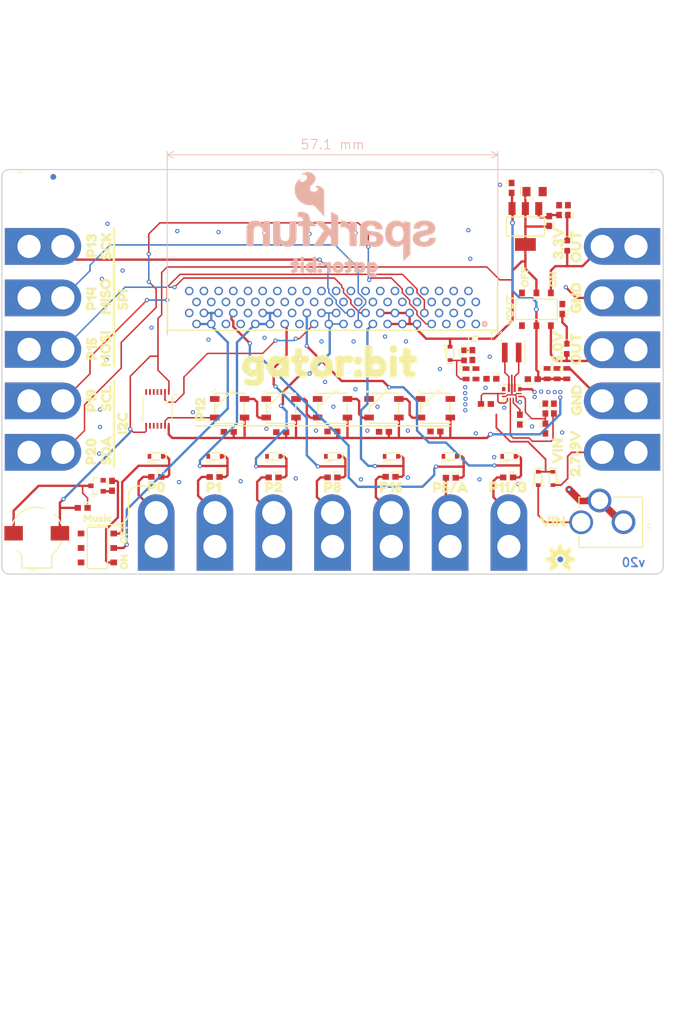
<source format=kicad_pcb>
(kicad_pcb (version 20211014) (generator pcbnew)
  (layers (0 "F.Cu" signal) (31 "B.Cu" signal) (34 "B.Paste" user) (35 "F.Paste" user) (36 "B.SilkS" user "B.Silkscreen") (37 "F.SilkS" user "F.Silkscreen") (38 "B.Mask" user) (39 "F.Mask" user) (44 "Edge.Cuts" user))
  (net 0 "")
  (net 1 "GND")
  (net 2 "3.3V")
  (net 3 "P11")
  (net 4 "P5")
  (net 5 "P0")
  (net 6 "P1")
  (net 7 "P8")
  (net 8 "P12")
  (net 9 "P2")
  (net 10 "P13")
  (net 11 "P14")
  (net 12 "P15")
  (net 13 "P16")
  (net 14 "P19")
  (net 15 "P20")
  (net 16 "VIN_TAB")
  (net 17 "VOUT3.3")
  (net 18 "P0+")
  (net 19 "N$4")
  (net 20 "N$5")
  (net 21 "N$6")
  (net 22 "N$7")
  (net 23 "P1+")
  (net 24 "P2+")
  (net 25 "P5+")
  (net 26 "P8+")
  (net 27 "P11+")
  (net 28 "P16+")
  (net 29 "PD")
  (net 30 "V_BATT")
  (net 31 "VIN")
  (net 32 "N$2")
  (net 33 "N$8")
  (net 34 "N$13")
  (net 35 "N$12")
  (net 36 "N$11")
  (net 37 "N$14")
  (net 38 "5V")
  (net 39 "VOUT5.0")
  (net 40 "N$16")
  (net 41 "N$22")
  (net 42 "P12LL")
  (net 43 "N$9")
  (net 44 "N$23")
  (net 45 "N$24")
  (net 46 "MBIN")
  (net 47 "N$20")
  (net 48 "N$25")
  (footprint "boardEagle:GATOR#BIT26" (layer "F.Cu") (at 128.2319 103.3018)
    (fp_text reference "U$5" hide)
    (fp_text value "" hide)
  )
  (footprint "boardEagle:P013" (layer "F.Cu") (at 114.9223 124.841)
    (fp_text reference "U$19" hide)
    (fp_text value "" hide)
  )
  (footprint "boardEagle:0603" (layer "F.Cu") (at 180.8863 113.2586 -90)
    (fp_text reference "C8")
    (fp_text value "0.1uF")
  )
  (footprint "boardEagle:SOT23-3" (layer "F.Cu") (at 107.8611 124.6886 90)
    (fp_text reference "Q1")
    (fp_text value "600mA/40V")
  )
  (footprint "boardEagle:0805" (layer "F.Cu") (at 171.58355 105.35285 90)
    (fp_text reference "C13")
    (fp_text value "10uF")
  )
  (footprint "boardEagle:0603" (layer "F.Cu") (at 105.3211 128.4986)
    (fp_text reference "R8")
    (fp_text value "10k")
  )
  (footprint "boardEagle:0805" (layer "F.Cu") (at 185.598 105.3211 90)
    (fp_text reference "C15")
    (fp_text value "22uF")
  )
  (footprint "boardEagle:ON30" (layer "F.Cu") (at 186.5503 91.5162 90)
    (fp_text reference "U$37" hide)
    (fp_text value "" hide)
  )
  (footprint "boardEagle:VIN20" (layer "F.Cu") (at 182.7403 130.8354)
    (fp_text reference "U$39" hide)
    (fp_text value "" hide)
  )
  (footprint "boardEagle:0603" (layer "F.Cu") (at 187.6681 77.089 -90)
    (fp_text reference "R5")
    (fp_text value "390")
  )
  (footprint "boardEagle:STAND-OFF" (layer "F.Cu") (at 203.1111 72.6186)
    (fp_text reference "H1")
    (fp_text value "STAND-OFF")
  )
  (footprint "boardEagle:0603" (layer "F.Cu") (at 185.9663 78.9686 -90)
    (fp_text reference "R12")
    (fp_text value "240")
  )
  (footprint "boardEagle:P1227" (layer "F.Cu") (at 125.6411 115.1636 90)
    (fp_text reference "U$26" hide)
    (fp_text value "" hide)
  )
  (footprint "boardEagle:0603" (layer "F.Cu") (at 118.0467 123.1392)
    (fp_text reference "R11")
    (fp_text value "100")
  )
  (footprint "boardEagle:0805" (layer "F.Cu") (at 187.3125 105.3211 90)
    (fp_text reference "C16")
    (fp_text value "22uF")
  )
  (footprint "boardEagle:SOD-523" (layer "F.Cu") (at 173.1391 99.2886 180)
    (fp_text reference "D18" hide)
    (fp_text value "120mA/40V/370mV" hide)
  )
  (footprint "boardEagle:VIN20" (layer "F.Cu") (at 187.3885 122.4534 90)
    (fp_text reference "U$34" hide)
    (fp_text value "" hide)
  )
  (footprint "boardEagle:WS2812B" (layer "F.Cu") (at 130.7263 111.2936)
    (fp_text reference "D1")
    (fp_text value "WS2812B")
  )
  (footprint "boardEagle:WS2812B" (layer "F.Cu") (at 139.6163 111.2936)
    (fp_text reference "D2")
    (fp_text value "WS2812B")
  )
  (footprint "boardEagle:GATOR" (layer "F.Cu") (at 102.1513 92.2436 -90)
    (fp_text reference "J13" hide)
    (fp_text value "GATOR" hide)
  )
  (footprint "boardEagle:ORDERING_INSTRUCTIONS" (layer "F.Cu") (at 93.1293 166.7256)
    (fp_text reference "U$4" hide)
    (fp_text value "" hide)
  )
  (footprint "boardEagle:SCK1" (layer "F.Cu") (at 109.3597 87.2744 90)
    (fp_text reference "U$30" hide)
    (fp_text value "" hide)
  )
  (footprint "boardEagle:0603" (layer "F.Cu") (at 185.2932 111.3536 90)
    (fp_text reference "R3")
    (fp_text value "523k")
  )
  (footprint "boardEagle:GATOR" (layer "F.Cu") (at 102.1513 83.3536 -90)
    (fp_text reference "J12" hide)
    (fp_text value "GATOR" hide)
  )
  (footprint "boardEagle:GATOR" (layer "F.Cu") (at 194.8563 101.1936 90)
    (fp_text reference "J1" hide)
    (fp_text value "GATOR" hide)
  )
  (footprint "boardEagle:GATOR" (layer "F.Cu") (at 168.8263 129.0736)
    (fp_text reference "J10" hide)
    (fp_text value "GATOR" hide)
  )
  (footprint "boardEagle:SOD-323" (layer "F.Cu") (at 158.6611 119.6086 180)
    (fp_text reference "D13")
    (fp_text value "3.6V")
  )
  (footprint "boardEagle:SOT223" (layer "F.Cu") (at 181.8388 79.9211 180)
    (fp_text reference "U4")
    (fp_text value "ADJ REG 1.5A")
  )
  (footprint "boardEagle:VOUT31" (layer "F.Cu") (at 179.1335 98.171 90)
    (fp_text reference "U$35" hide)
    (fp_text value "" hide)
  )
  (footprint "boardEagle:POWER_JACK_PTH_LOCK" (layer "F.Cu") (at 205.3519 130.9902 90)
    (fp_text reference "J19")
    (fp_text value "POWER_JACKPTH_LOCK")
  )
  (footprint "boardEagle:WS2812B" (layer "F.Cu") (at 157.3963 111.2936)
    (fp_text reference "D4")
    (fp_text value "WS2812B")
  )
  (footprint "boardEagle:0603" (layer "F.Cu") (at 178.8543 123.2408)
    (fp_text reference "R9")
    (fp_text value "100")
  )
  (footprint "boardEagle:SPI6" (layer "F.Cu") (at 112.2299 95.9612 90)
    (fp_text reference "U$33" hide)
    (fp_text value "" hide)
  )
  (footprint "boardEagle:CREATIVE_COMMONS" (layer "F.Cu") (at 114.8463 148.1836)
    (fp_text reference "FRAME3" hide)
    (fp_text value "FRAME-LETTER" hide)
  )
  (footprint "boardEagle:SWITCH_DPDT_SMD_AYZ0202" (layer "F.Cu") (at 107.8663 135.4236 -90)
    (fp_text reference "S3")
    (fp_text value "")
  )
  (footprint "boardEagle:P1617" (layer "F.Cu") (at 155.0289 124.8918)
    (fp_text reference "U$29" hide)
    (fp_text value "" hide)
  )
  (footprint "boardEagle:0603" (layer "F.Cu") (at 175.01255 110.55985 180)
    (fp_text reference "R2")
    (fp_text value "10.2K")
  )
  (footprint "boardEagle:0603" (layer "F.Cu") (at 148.4809 115.3068)
    (fp_text reference "C3")
    (fp_text value "0.1uF")
  )
  (footprint "boardEagle:GATOR" (layer "F.Cu") (at 194.8613 110.0236 90)
    (fp_text reference "J4" hide)
    (fp_text value "GATOR" hide)
  )
  (footprint "boardEagle:0603" (layer "F.Cu") (at 139.6417 115.4338)
    (fp_text reference "C2")
    (fp_text value "0.1uF")
  )
  (footprint "boardEagle:SOD-323" (layer "F.Cu") (at 118.0211 119.6086 180)
    (fp_text reference "D12")
    (fp_text value "3.6V")
  )
  (footprint "boardEagle:SOD-323" (layer "F.Cu") (at 184.0611 123.4186 -90)
    (fp_text reference "D14")
    (fp_text value "3A/10V/280mV")
  )
  (footprint "boardEagle:2#7#9V21" (layer "F.Cu") (at 190.4111 124.6886 90)
    (fp_text reference "U$1" hide)
    (fp_text value "" hide)
  )
  (footprint "boardEagle:GATOR" (layer "F.Cu") (at 138.3463 129.0736)
    (fp_text reference "J9" hide)
    (fp_text value "GATOR" hide)
  )
  (footprint "boardEagle:SOD-323" (layer "F.Cu") (at 168.8211 119.6086 180)
    (fp_text reference "D19")
    (fp_text value "3.6V")
  )
  (footprint "boardEagle:GATOR" (layer "F.Cu") (at 102.1513 118.9136 -90)
    (fp_text reference "J17" hide)
    (fp_text value "GATOR" hide)
  )
  (footprint "boardEagle:MOSI4" (layer "F.Cu") (at 109.2581 105.7656 90)
    (fp_text reference "U$11" hide)
    (fp_text value "" hide)
  )
  (footprint "boardEagle:XFL4020" (layer "F.Cu") (at 177.273687 103.470988)
    (fp_text reference "L1")
    (fp_text value "1.5uH")
  )
  (footprint "boardEagle:0603" (layer "F.Cu") (at 148.5013 123.2408)
    (fp_text reference "R7")
    (fp_text value "100")
  )
  (footprint "boardEagle:0603" (layer "F.Cu") (at 130.5739 115.3703)
    (fp_text reference "C1")
    (fp_text value "0.1uF")
  )
  (footprint "boardEagle:GATOR" (layer "F.Cu") (at 128.1863 129.0736)
    (fp_text reference "J8" hide)
    (fp_text value "GATOR" hide)
  )
  (footprint "boardEagle:0603" (layer "F.Cu") (at 172.67575 102.1207 90)
    (fp_text reference "R21")
    (fp_text value "1k")
  )
  (footprint "boardEagle:GATOR" (layer "F.Cu") (at 194.8613 92.2436 90)
    (fp_text reference "J2" hide)
    (fp_text value "GATOR" hide)
  )
  (footprint "boardEagle:GATOR" (layer "F.Cu") (at 194.8613 83.3536 90)
    (fp_text reference "J6" hide)
    (fp_text value "GATOR" hide)
  )
  (footprint "boardEagle:SWITCH_DPDT_SMD_AYZ0202" (layer "F.Cu") (at 183.7438 94.2086)
    (fp_text reference "S1")
    (fp_text value "")
  )
  (footprint "boardEagle:P1510" (layer "F.Cu") (at 106.8451 104.5972 90)
    (fp_text reference "U$28" hide)
    (fp_text value "" hide)
  )
  (footprint "boardEagle:SOD-323" (layer "F.Cu") (at 148.5011 119.6086 180)
    (fp_text reference "D8")
    (fp_text value "3.6V")
  )
  (footprint "boardEagle:0603" (layer "F.Cu") (at 166.2863 115.3068)
    (fp_text reference "C5")
    (fp_text value "0.1uF")
  )
  (footprint "boardEagle:ON30" (layer "F.Cu") (at 112.4331 140.3096 90)
    (fp_text reference "U$14" hide)
    (fp_text value "" hide)
  )
  (footprint "boardEagle:0603" (layer "F.Cu") (at 168.9483 123.2916)
    (fp_text reference "R19")
    (fp_text value "100")
  )
  (footprint "boardEagle:REVISION" (layer "F.Cu") (at 126.4031 150.5966)
    (fp_text reference "LOGO3" hide)
    (fp_text value "REVISION" hide)
  )
  (footprint "boardEagle:GND22" (layer "F.Cu") (at 190.6651 114.1476 90)
    (fp_text reference "U$7" hide)
    (fp_text value "" hide)
  )
  (footprint "boardEagle:GATOR" (layer "F.Cu") (at 158.6663 129.0736)
    (fp_text reference "J15" hide)
    (fp_text value "GATOR" hide)
  )
  (footprint "boardEagle:STAND-OFF" (layer "F.Cu") (at 93.8911 72.6186)
    (fp_text reference "H2")
    (fp_text value "STAND-OFF")
  )
  (footprint "boardEagle:LED-0603" (layer "F.Cu") (at 171.2343 102.16515 90)
    (fp_text reference "D7")
    (fp_text value "RED")
  )
  (footprint "boardEagle:SDA3" (layer "F.Cu") (at 109.3597 122.7074 90)
    (fp_text reference "U$32" hide)
    (fp_text value "" hide)
  )
  (footprint "boardEagle:LED-0603" (layer "F.Cu") (at 189.0651 83.2231 90)
    (fp_text reference "D9")
    (fp_text value "RED")
  )
  (footprint "boardEagle:P5#A18" (layer "F.Cu") (at 164.1983 124.9426)
    (fp_text reference "U$17" hide)
    (fp_text value "" hide)
  )
  (footprint "boardEagle:SOD-323" (layer "F.Cu") (at 186.6011 123.4186 -90)
    (fp_text reference "D6")
    (fp_text value "3A/10V/280mV")
  )
  (footprint "boardEagle:0603" (layer "F.Cu") (at 188.2269 94.1578 -90)
    (fp_text reference "R23")
    (fp_text value "1k")
  )
  (footprint "boardEagle:0603" (layer "F.Cu") (at 189.1921 77.089 -90)
    (fp_text reference "R22")
    (fp_text value "1k")
  )
  (footprint "boardEagle:MUSIC28" (layer "F.Cu") (at 104.3051 130.2766)
    (fp_text reference "U$12" hide)
    (fp_text value "" hide)
  )
  (footprint "boardEagle:0603" (layer "F.Cu") (at 110.4011 124.6886 90)
    (fp_text reference "R6")
    (fp_text value "100")
  )
  (footprint "boardEagle:GND22" (layer "F.Cu") (at 190.5381 96.4946 90)
    (fp_text reference "U$8" hide)
    (fp_text value "" hide)
  )
  (footprint "boardEagle:MISO5" (layer "F.Cu") (at 109.2581 96.7486 90)
    (fp_text reference "U$10" hide)
    (fp_text value "" hide)
  )
  (footprint "boardEagle:GATOR" (layer "F.Cu") (at 102.1513 110.0236 -90)
    (fp_text reference "J16" hide)
    (fp_text value "GATOR" hide)
  )
  (footprint "boardEagle:0805" (layer "F.Cu") (at 189.0016 105.3211 90)
    (fp_text reference "C9")
    (fp_text value "22uF")
  )
  (footprint "boardEagle:GATOR" (layer "F.Cu") (at 194.8613 118.9136 90)
    (fp_text reference "J3" hide)
    (fp_text value "GATOR" hide)
  )
  (footprint "boardEagle:P199" (layer "F.Cu") (at 106.8197 113.5888 90)
    (fp_text reference "U$22" hide)
    (fp_text value "" hide)
  )
  (footprint "boardEagle:WS2812B" (layer "F.Cu") (at 148.5063 111.2936)
    (fp_text reference "D3")
    (fp_text value "WS2812B")
  )
  (footprint "boardEagle:P215" (layer "F.Cu") (at 135.2169 124.8918)
    (fp_text reference "U$24" hide)
    (fp_text value "" hide)
  )
  (footprint "boardEagle:OFF29" (layer "F.Cu") (at 181.7243 91.5924 90)
    (fp_text reference "U$36" hide)
    (fp_text value "" hide)
  )
  (footprint "boardEagle:OSHW-LOGO-M" (layer "F.Cu") (at 187.8711 137.3886)
    (fp_text reference "LOGO2" hide)
    (fp_text value "OSHW-LOGOM" hide)
  )
  (footprint "boardEagle:0603" (layer "F.Cu") (at 186.7664 111.3536 90)
    (fp_text reference "R1")
    (fp_text value "100k")
  )
  (footprint "boardEagle:CREATIVE_COMMONS" (layer "F.Cu") (at 114.8463 148.1836)
    (fp_text reference "FRAME1" hide)
    (fp_text value "FRAME-LETTER" hide)
  )
  (footprint "boardEagle:P816" (layer "F.Cu") (at 145.3769 124.8664)
    (fp_text reference "U$25" hide)
    (fp_text value "" hide)
  )
  (footprint "boardEagle:GATOR" (layer "F.Cu") (at 118.0263 129.0736)
    (fp_text reference "J7" hide)
    (fp_text value "GATOR" hide)
  )
  (footprint "boardEagle:LED-0603" (layer "F.Cu") (at 188.9889 101.0412 90)
    (fp_text reference "D11")
    (fp_text value "RED")
  )
  (footprint "boardEagle:WS2812B" (layer "F.Cu") (at 166.2863 111.2936)
    (fp_text reference "D5")
    (fp_text value "WS2812B")
  )
  (footprint "boardEagle:OFF29" (layer "F.Cu") (at 112.4331 135.8646 90)
    (fp_text reference "U$13" hide)
    (fp_text value "" hide)
  )
  (footprint "boardEagle:TSSOP14" (layer "F.Cu") (at 118.2499 111.4044 180)
    (fp_text reference "U3")
    (fp_text value "TXB0104")
  )
  (footprint "boardEagle:MICRO_BIT_RA_PTH" (layer "F.Cu") (at 148.5013 89.1286 180)
    (fp_text reference "U2")
    (fp_text value "micro:bit")
  )
  (footprint "boardEagle:0603" (layer "F.Cu") (at 128.1305 123.1646)
    (fp_text reference "R15")
    (fp_text value "100")
  )
  (footprint "boardEagle:SOD-323" (layer "F.Cu") (at 128.1811 119.6086 180)
    (fp_text reference "D15")
    (fp_text value "3.6V")
  )
  (footprint "boardEagle:OUT24" (layer "F.Cu") (at 190.5381 105.3846 90)
    (fp_text reference "U$15" hide)
    (fp_text value "" hide)
  )
  (footprint "boardEagle:P1411" (layer "F.Cu") (at 106.8197 96.0374 90)
    (fp_text reference "U$27" hide)
    (fp_text value "" hide)
  )
  (footprint "boardEagle:P114" (layer "F.Cu") (at 125.0569 124.9172)
    (fp_text reference "U$20" hide)
    (fp_text value "" hide)
  )
  (footprint "boardEagle:GATOR" (layer "F.Cu") (at 178.9863 129.0736)
    (fp_text reference "J18" hide)
    (fp_text value "GATOR" hide)
  )
  (footprint "boardEagle:0603" (layer "F.Cu") (at 179.45755 73.2536 90)
    (fp_text reference "C11")
    (fp_text value "0.1uF")
  )
  (footprint "boardEagle:GATOR" (layer "F.Cu") (at 102.1513 101.1336 -90)
    (fp_text reference "J14" hide)
    (fp_text value "GATOR" hide)
  )
  (footprint "boardEagle:0805" (layer "F.Cu") (at 173.29805 105.35285 90)
    (fp_text reference "C10")
    (fp_text value "10uF")
  )
  (footprint "boardEagle:FIDUCIAL-1X2" (layer "F.Cu") (at 187.8711 137.3886)
    (fp_text reference "FD3" hide)
    (fp_text value "FIDUCIAL1X2" hide)
  )
  (footprint "boardEagle:EIA3216" (layer "F.Cu") (at 183.4263 73.8886 180)
    (fp_text reference "C12")
    (fp_text value "10uF")
  )
  (footprint "boardEagle:0603" (layer "F.Cu") (at 158.5393 123.13)
    (fp_text reference "R13")
    (fp_text value "100")
  )
  (footprint "boardEagle:P130" (layer "F.Cu") (at 106.8197 86.8934 90)
    (fp_text reference "U$21" hide)
    (fp_text value "" hide)
  )
  (footprint "boardEagle:3#3V25" (layer "F.Cu") (at 187.4901 87.2236 90)
    (fp_text reference "U$2" hide)
    (fp_text value "" hide)
  )
  (footprint "boardEagle:TPS63070RNM" (layer "F.Cu") (at 180.8863 109.7661 90)
    (fp_text reference "U1" hide)
    (fp_text value "TPS63070" hide)
  )
  (footprint "boardEagle:SCL2" (layer "F.Cu") (at 109.3597 113.4618 90)
    (fp_text reference "U$31" hide)
    (fp_text value "" hide)
  )
  (footprint "boardEagle:0603" (layer "F.Cu") (at 138.3159 123.2408)
    (fp_text reference "R17")
    (fp_text value "100")
  )
  (footprint "boardEagle:OUT24" (layer "F.Cu") (at 190.5381 87.7316 90)
    (fp_text reference "U$16" hide)
    (fp_text value "" hide)
  )
  (footprint "boardEagle:SOD-323" (layer "F.Cu") (at 168.8211 101.8286 90)
    (fp_text reference "D16")
    (fp_text value "3A/10V/280mV")
  )
  (footprint "boardEagle:0603" (layer "F.Cu") (at 183.1088 106.2736 180)
    (fp_text reference "C6")
    (fp_text value "10uF")
  )
  (footprint "boardEagle:GATOR" (layer "F.Cu") (at 148.5063 129.0736)
    (fp_text reference "J11" hide)
    (fp_text value "GATOR" hide)
  )
  (footprint "boardEagle:5#0V23" (layer "F.Cu") (at 187.3631 105.0036 90)
    (fp_text reference "U$3" hide)
    (fp_text value "" hide)
  )
  (footprint "boardEagle:0603" (layer "F.Cu") (at 185.2932 114.7953 90)
    (fp_text reference "R4")
    (fp_text value "100k")
  )
  (footprint "boardEagle:P208" (layer "F.Cu") (at 106.7181 122.682 90)
    (fp_text reference "U$23" hide)
    (fp_text value "" hide)
  )
  (footprint "boardEagle:SOD-323" (layer "F.Cu") (at 138.3411 119.6086 180)
    (fp_text reference "D17")
    (fp_text value "3.6V")
  )
  (footprint "boardEagle:0603" (layer "F.Cu") (at 175.96505 106.2101)
    (fp_text reference "C14")
    (fp_text value "10uF")
  )
  (footprint "boardEagle:BUZZER-CCV" (layer "F.Cu") (at 97.3888 132.8836)
    (fp_text reference "LS1")
    (fp_text value "BUZZER-SMD")
  )
  (footprint "boardEagle:0603" (layer "F.Cu") (at 157.3963 115.36395)
    (fp_text reference "C4")
    (fp_text value "0.1uF")
  )
  (footprint "boardEagle:P11#B19" (layer "F.Cu") (at 173.9519 124.8918)
    (fp_text reference "U$18" hide)
    (fp_text value "" hide)
  )
  (footprint "boardEagle:FIDUCIAL-1X2" (layer "F.Cu") (at 100.2411 71.3486)
    (fp_text reference "FD2" hide)
    (fp_text value "FIDUCIAL1X2" hide)
  )
  (footprint "boardEagle:I2C7" (layer "F.Cu") (at 112.1791 117.4496 90)
    (fp_text reference "U$9" hide)
    (fp_text value "" hide)
  )
  (footprint "boardEagle:SOD-323" (layer "F.Cu") (at 178.9811 119.6086 180)
    (fp_text reference "D10")
    (fp_text value "3.6V")
  )
  (footprint "boardEagle:SFE_LOGO_NAME_FLAME_.3" (layer "B.Cu") (at 166.9163 85.9536 180)
    (fp_text reference "LOGO1" hide)
    (fp_text value "SFE_LOGO_NAME_FLAME.3_INCH" hide)
  )
  (footprint "boardEagle:GATOR#BIT32" (layer "B.Cu") (at 158.6611 86.5886 180)
    (fp_text reference "U$6" hide)
    (fp_text value "" hide)
  )
  (footprint "boardEagle:FIDUCIAL-1X2" (layer "B.Cu") (at 100.2411 71.3486 180)
    (fp_text reference "FD4" hide)
    (fp_text value "FIDUCIAL1X2" hide)
  )
  (footprint "boardEagle:FIDUCIAL-1X2" (layer "B.Cu") (at 187.8711 137.3886 180)
    (fp_text reference "FD1" hide)
    (fp_text value "FIDUCIAL1X2" hide)
  )
  (gr_arc (start 128.2067 108.1024) (mid 128.214139 108.084439) (end 128.2321 108.077) (layer "F.SilkS") (width 0.254))
  (gr_line (start 111.2268 131.38785) (end 111.13155 131.38785) (layer "F.SilkS") (width 0.254))
  (gr_line (start 110.7188 106.5911) (end 110.7188 121.5136) (layer "F.SilkS") (width 0.4064))
  (gr_line (start 111.13155 131.38785) (end 106.1468 131.38785) (layer "F.SilkS") (width 0.254))
  (gr_line (start 113.2588 126.37135) (end 113.2588 129.3876) (layer "F.SilkS") (width 0.254))
  (gr_line (start 116.14805 124.72035) (end 115.2273 124.72035) (layer "F.SilkS") (width 0.254))
  (gr_line (start 110.7188 80.2386) (end 110.7188 104.0511) (layer "F.SilkS") (width 0.4064))
  (gr_line (start 124.74595 114.31905) (end 168.82765 114.3508) (layer "F.SilkS") (width 0.254))
  (gr_arc (start 113.2588 126.37135) (mid 113.901117 125.13816) (end 115.2273 124.72035) (layer "F.SilkS") (width 0.254))
  (gr_arc (start 113.2588 129.3876) (mid 112.60944 130.828293) (end 111.13155 131.38785) (layer "F.SilkS") (width 0.254))
  (gr_line (start 92.6211 139.9286) (end 204.3811 139.9286) (layer "Edge.Cuts") (width 0.2032))
  (gr_arc (start 92.6211 139.9286) (mid 91.723074 139.556626) (end 91.3511 138.6586) (layer "Edge.Cuts") (width 0.2032))
  (gr_arc (start 205.6511 138.6586) (mid 205.279126 139.556626) (end 204.3811 139.9286) (layer "Edge.Cuts") (width 0.2032))
  (gr_line (start 205.6511 138.6586) (end 205.6511 71.3486) (layer "Edge.Cuts") (width 0.2032))
  (gr_arc (start 91.3511 71.3486) (mid 91.723074 70.450574) (end 92.6211 70.0786) (layer "Edge.Cuts") (width 0.2032))
  (gr_arc (start 204.3811 70.0786) (mid 205.279126 70.450574) (end 205.6511 71.3486) (layer "Edge.Cuts") (width 0.2032))
  (gr_line (start 91.3511 71.3486) (end 91.3511 138.6586) (layer "Edge.Cuts") (width 0.2032))
  (gr_line (start 204.3811 70.0786) (end 92.6211 70.0786) (layer "Edge.Cuts") (width 0.2032))
  (gr_text "v20" (at 200.51915 137.93185) (layer "B.Cu") (effects (font (size 1.5113 1.5113) (thickness 0.2667)) (justify mirror)))
  (dimension (type aligned) (layer "B.SilkS") (pts (xy 119.9263 98.6536) (xy 177.0763 98.6536)) (height -31.115) (gr_text "57.1 mm" (at 148.5013 65.7606) (layer "B.SilkS") (effects (font (size 1.63576 1.63576) (thickness 0.14224)))) (format (units 2) (units_format 1) (precision 1)) (style (thickness 0.12) (arrow_length 1.27) (text_position_mode 0) (extension_height 0.58642) (extension_offset 0) keep_text_aligned))
  (segment (start 194.6519 127.2286) (end 198.3881 130.9648) (width 1.27) (layer "F.Cu") (net 1))
  (segment (start 178.0913 109.2661) (end 178.3764 109.2661) (width 0.2032) (layer "F.Cu") (net 1))
  (segment (start 190.6688 92.2436) (end 188.98255 90.55735) (width 0.4064) (layer "F.Cu") (net 1))
  (segment (start 195.1153 110.0236) (end 200.9573 110.0236) (width 0.4064) (layer "F.Cu") (net 1))
  (segment (start 178.3971 109.2454) (end 178.4733 109.2454) (width 0.2032) (layer "F.Cu") (net 1))
  (segment (start 180.2513 110.121091) (end 180.370121 110.239913) (width 0.2032) (layer "F.Cu") (net 1))
  (segment (start 189.3951 125.3236) (end 191.3001 127.2286) (width 1.27) (layer "F.Cu") (net 1))
  (segment (start 180.370121 110.239913) (end 180.883862 110.239913) (width 0.2032) (layer "F.Cu") (net 1))
  (segment (start 180.887234 108.770166) (end 180.8913 108.7661) (width 0.2032) (layer "F.Cu") (net 1))
  (segment (start 189.0016 104.4211) (end 189.5128 104.4211) (width 0.4064) (layer "F.Cu") (net 1))
  (segment (start 180.883862 110.239913) (end 180.8863 110.24235) (width 0.2032) (layer "F.Cu") (net 1))
  (segment (start 180.307509 108.770166) (end 180.887234 108.770166) (width 0.2032) (layer "F.Cu") (net 1))
  (segment (start 179.4913 107.9536) (end 179.4913 105.60485) (width 0.254) (layer "F.Cu") (net 1))
  (segment (start 180.2413 109.150338) (end 180.084318 108.993357) (width 0.2032) (layer "F.Cu") (net 1))
  (segment (start 180.082362 108.9914) (end 180.084318 108.993357) (width 0.2032) (layer "F.Cu") (net 1))
  (segment (start 189.5128 104.4211) (end 195.1153 110.0236) (width 0.4064) (layer "F.Cu") (net 1))
  (segment (start 180.2513 110.0836) (end 180.2513 110.121091) (width 0.2032) (layer "F.Cu") (net 1))
  (segment (start 198.3881 130.9648) (end 198.7949 130.9648) (width 1.27) (layer "F.Cu") (net 1))
  (segment (start 180.084318 108.993357) (end 180.307509 108.770166) (width 0.2032) (layer "F.Cu") (net 1))
  (segment (start 180.2413 109.7661) (end 180.2413 109.150338) (width 0.2032) (layer "F.Cu") (net 1))
  (segment (start 195.1153 92.2436) (end 190.6688 92.2436) (width 0.4064) (layer "F.Cu") (net 1))
  (segment (start 178.4733 109.2454) (end 178.7273 108.9914) (width 0.2032) (layer "F.Cu") (net 1))
  (segment (start 178.3764 109.2661) (end 178.3971 109.2454) (width 0.2032) (layer "F.Cu") (net 1))
  (segment (start 180.2413 110.0736) (end 180.2513 110.0836) (width 0.2032) (layer "F.Cu") (net 1))
  (segment (start 180.2413 109.7661) (end 180.2413 110.0736) (width 0.2032) (layer "F.Cu") (net 1))
  (segment (start 178.7273 108.9914) (end 180.082362 108.9914) (width 0.2032) (layer "F.Cu") (net 1))
  (segment (start 200.9573 92.2436) (end 195.1153 92.2436) (width 0.4064) (layer "F.Cu") (net 1))
  (segment (start 191.3001 127.2286) (end 194.6519 127.2286) (width 1.27) (layer "F.Cu") (net 1))
  (via (at 175.6793 102.4001) (size 0.7366) (drill 0.381) (layers "F.Cu" "B.Cu") (net 1))
  (via (at 146.5963 99.76485) (size 0.7366) (drill 0.381) (layers "F.Cu" "B.Cu") (net 1))
  (via (at 117.22755 97.3836) (size 0.7366) (drill 0.381) (layers "F.Cu" "B.Cu") (net 1))
  (via (at 142.94505 102.7811) (size 0.7366) (drill 0.381) (layers "F.Cu" "B.Cu") (net 1))
  (via (at 180.8863 110.24235) (size 0.7366) (drill 0.381) (layers "F.Cu" "B.Cu") (net 1))
  (via (at 112.22375 87.52205) (size 0.7366) (drill 0.381) (layers "F.Cu" "B.Cu") (net 1))
  (via (at 152.15255 99.76485) (size 0.7366) (drill 0.381) (layers "F.Cu" "B.Cu") (net 1))
  (via (at 108.65505 88.96985) (size 0.7366) (drill 0.381) (layers "F.Cu" "B.Cu") (net 1))
  (via (at 178.18755 111.19485) (size 0.7366) (drill 0.381) (layers "F.Cu" "B.Cu") (net 1))
  (via (at 156.28005 111.0361) (size 0.7366) (drill 0.381) (layers "F.Cu" "B.Cu") (net 1))
  (via (at 161.2013 99.76485) (size 0.7366) (drill 0.381) (layers "F.Cu" "B.Cu") (net 1))
  (via (at 121.99005 124.0536) (size 0.7366) (drill 0.381) (layers "F.Cu" "B.Cu") (net 1))
  (via (at 189.3951 125.3236) (size 0.7366) (drill 0.381) (layers "F.Cu" "B.Cu") (net 1))
  (via (at 154.5338 115.1636) (size 0.7366) (drill 0.381) (layers "F.Cu" "B.Cu") (net 1))
  (via (at 161.5188 123.25985) (size 0.7366) (drill 0.381) (layers "F.Cu" "B.Cu") (net 1))
  (via (at 136.7538 81.03235) (size 0.7366) (drill 0.381) (layers "F.Cu" "B.Cu") (net 1))
  (via (at 145.6438 115.1636) (size 0.7366) (drill 0.381) (layers "F.Cu" "B.Cu") (net 1))
  (via (at 137.0713 114.8461) (size 0.7366) (drill 0.381) (layers "F.Cu" "B.Cu") (net 1))
  (via (at 180.5688 124.3711) (size 0.7366) (drill 0.381) (layers "F.Cu" "B.Cu") (net 1))
  (via (at 108.33755 111.51235) (size 0.7366) (drill 0.381) (layers "F.Cu" "B.Cu") (net 1))
  (via (at 109.60755 79.44485) (size 0.7366) (drill 0.381) (layers "F.Cu" "B.Cu") (net 1))
  (via (at 132.6263 123.89485) (size 0.7366) (drill 0.381) (layers "F.Cu" "B.Cu") (net 1))
  (via (at 177.4573 72.71385) (size 0.7366) (drill 0.381) (layers "F.Cu" "B.Cu") (net 1))
  (via (at 171.9963 80.5561) (size 0.7366) (drill 0.381) (layers "F.Cu" "B.Cu") (net 1))
  (via (at 161.5188 115.1636) (size 0.7366) (drill 0.381) (layers "F.Cu" "B.Cu") (net 1))
  (via (at 157.5818 98.9203) (size 0.7366) (drill 0.381) (layers "F.Cu" "B.Cu") (net 1))
  (via (at 152.47005 108.01985) (size 0.7366) (drill 0.381) (layers "F.Cu" "B.Cu") (net 1))
  (via (at 176.4413 119.7483) (size 0.7366) (drill 0.381) (layers "F.Cu" "B.Cu") (net 1))
  (via (at 142.1513 123.4186) (size 0.7366) (drill 0.381) (layers "F.Cu" "B.Cu") (net 1))
  (via (at 188.8238 90.3986) (size 0.7366) (drill 0.381) (layers "F.Cu" "B.Cu") (net 1))
  (via (at 173.2663 115.63985) (size 0.7366) (drill 0.381) (layers "F.Cu" "B.Cu") (net 1))
  (via (at 153.42255 123.57735) (size 0.7366) (drill 0.381) (layers "F.Cu" "B.Cu") (net 1))
  (via (at 121.67255 80.71485) (size 0.7366) (drill 0.381) (layers "F.Cu" "B.Cu") (net 1))
  (via (at 152.47005 81.03235) (size 0.7366) (drill 0.381) (layers "F.Cu" "B.Cu") (net 1))
  (via (at 108.1788 119.13235) (size 0.7366) (drill 0.381) (layers "F.Cu" "B.Cu") (net 1))
  (via (at 124.3713 111.9886) (size 0.7366) (drill 0.381) (layers "F.Cu" "B.Cu") (net 1))
  (via (at 172.3138 85.47735) (size 0.7366) (drill 0.381) (layers "F.Cu" "B.Cu") (net 1))
  (via (at 134.2138 105.0036) (size 0.7366) (drill 0.381) (layers "F.Cu" "B.Cu") (net 1))
  (via (at 127.07005 99.44735) (size 0.7366) (drill 0.381) (layers "F.Cu" "B.Cu") (net 1))
  (via (at 144.53255 81.1911) (size 0.7366) (drill 0.381) (layers "F.Cu" "B.Cu") (net 1))
  (via (at 108.33755 114.5286) (size 0.7366) (drill 0.381) (layers "F.Cu" "B.Cu") (net 1))
  (via (at 188.1888 115.4811) (size 0.7366) (drill 0.381) (layers "F.Cu" "B.Cu") (net 1))
  (via (at 148.66005 111.0361) (size 0.7366) (drill 0.381) (layers "F.Cu" "B.Cu") (net 1))
  (via (at 173.9013 123.57735) (size 0.7366) (drill 0.381) (layers "F.Cu" "B.Cu") (net 1))
  (via (at 147.2313 106.74985) (size 0.7366) (drill 0.381) (layers "F.Cu" "B.Cu") (net 1))
  (via (at 136.7538 99.12985) (size 0.7366) (drill 0.381) (layers "F.Cu" "B.Cu") (net 1))
  (via (at 167.07505 104.52735) (size 0.7366) (drill 0.381) (layers "F.Cu" "B.Cu") (net 1))
  (via (at 128.8163 80.8736) (size 0.7366) (drill 0.381) (layers "F.Cu" "B.Cu") (net 1))
  (via (at 109.4488 102.93985) (size 0.7366) (drill 0.381) (layers "F.Cu" "B.Cu") (net 1))
  (via (at 183.00085 114.4397) (size 0.7366) (drill 0.381) (layers "F.Cu" "B.Cu") (net 1))
  (segment (start 101.3888 127.6049) (end 102.0191 126.9746) (width 0.4064) (layer "F.Cu") (net 2))
  (segment (start 181.2038 85.9536) (end 181.8388 85.9536) (width 0.4064) (layer "F.Cu") (net 2))
  (segment (start 181.8388 83.0201) (end 181.8388 79.9211) (width 0.4064) (layer "F.Cu") (net 2))
  (segment (start 181.8388 83.0201) (end 181.8388 85.9536) (width 0.4064) (layer "F.Cu") (net 2))
  (segment (start 116.2999 115.2086) (end 116.0655 115.443) (width 0.254) (layer "F.Cu") (net 2))
  (segment (start 118.3388 95.7961) (end 118.9738 95.1611) (width 0.254) (layer "F.Cu") (net 2))
  (segment (start 118.2372 102.3112) (end 118.3388 102.2096) (width 0.254) (layer "F.Cu") (net 2))
  (segment (start 177.3938 89.1286) (end 179.6163 89.1286) (width 0.254) (layer "F.Cu") (net 2))
  (segment (start 175.1713 86.9061) (end 177.3938 89.1286) (width 0.254) (layer "F.Cu") (net 2))
  (segment (start 116.0655 115.443) (end 114.0843 115.443) (width 0.254) (layer "F.Cu") (net 2))
  (segment (start 118.3388 104.7369) (end 120.2311 106.6292) (width 0.254) (layer "F.Cu") (net 2))
  (segment (start 120.2311 106.6292) (end 120.2311 108.4554) (width 0.254) (layer "F.Cu") (net 2))
  (segment (start 104.4711 128.4986) (end 101.3888 128.4986) (width 0.4064) (layer "F.Cu") (net 2))
  (segment (start 114.0843 115.443) (end 113.5509 114.9096) (width 0.254) (layer "F.Cu") (net 2))
  (segment (start 118.9738 87.8586) (end 119.9263 86.9061) (width 0.254) (layer "F.Cu") (net 2))
  (segment (start 179.6163 96.1136) (end 176.4413 99.2886) (width 0.4064) (layer "F.Cu") (net 2))
  (segment (start 179.6163 89.1286) (end 179.6163 87.5411) (width 0.4064) (layer "F.Cu") (net 2))
  (segment (start 181.8388 76.8223) (end 181.8388 74.0761) (width 0.4064) (layer "F.Cu") (net 2))
  (segment (start 101.3888 132.8836) (end 101.3888 128.4986) (width 0.4064) (layer "F.Cu") (net 2))
  (segment (start 117.0053 102.3112) (end 118.2372 102.3112) (width 0.254) (layer "F.Cu") (net 2))
  (segment (start 113.5509 105.7656) (end 117.0053 102.3112) (width 0.254) (layer "F.Cu") (net 2))
  (segment (start 113.5509 114.9096) (end 113.5509 105.7656) (width 0.254) (layer "F.Cu") (net 2))
  (segment (start 181.8388 79.9211) (end 181.8388 76.8223) (width 0.4064) (layer "F.Cu") (net 2))
  (segment (start 181.8388 85.9536) (end 181.8388 87.2236) (width 0.4064) (layer "F.Cu") (net 2))
  (segment (start 116.2999 114.3222) (end 116.2999 115.2086) (width 0.254) (layer "F.Cu") (net 2))
  (segment (start 181.8388 79.9211) (end 185.8638 79.9211) (width 0.4064) (layer "F.Cu") (net 2))
  (segment (start 101.3888 128.4986) (end 101.3888 127.6049) (width 0.4064) (layer "F.Cu") (net 2))
  (segment (start 181.8388 87.2236) (end 183.7438 89.1286) (width 0.4064) (layer "F.Cu") (net 2))
  (segment (start 185.8638 79.9211) (end 185.9663 79.8186) (width 0.4064) (layer "F.Cu") (net 2))
  (segment (start 118.9738 95.1611) (end 118.9738 87.8586) (width 0.254) (layer "F.Cu") (net 2))
  (segment (start 179.6163 89.1286) (end 179.6163 96.1136) (width 0.4064) (layer "F.Cu") (net 2))
  (segment (start 183.7438 89.1286) (end 183.7438 91.3836) (width 0.4064) (layer "F.Cu") (net 2))
  (segment (start 176.4413 99.2886) (end 173.8391 99.2886) (width 0.4064) (layer "F.Cu") (net 2))
  (segment (start 119.9263 86.9061) (end 175.1713 86.9061) (width 0.254) (layer "F.Cu") (net 2))
  (segment (start 118.3388 95.7961) (end 118.3388 102.2096) (width 0.254) (layer "F.Cu") (net 2))
  (segment (start 118.3388 102.2096) (end 118.3388 104.7369) (width 0.254) (layer "F.Cu") (net 2))
  (segment (start 179.6163 87.5411) (end 181.2038 85.9536) (width 0.4064) (layer "F.Cu") (net 2))
  (segment (start 120.2311 108.4554) (end 120.1999 108.4866) (width 0.254) (layer "F.Cu") (net 2))
  (segment (start 181.8388 74.0761) (end 182.0263 73.8886) (width 0.4064) (layer "F.Cu") (net 2))
  (via (at 113.5509 114.9096) (size 0.7366) (drill 0.381) (layers "F.Cu" "B.Cu") (net 2))
  (via (at 102.0191 126.9746) (size 0.7366) (drill 0.381) (layers "F.Cu" "B.Cu") (net 2))
  (segment (start 113.5509 115.4428) (end 113.5509 114.9096) (width 0.4064) (layer "B.Cu") (net 2))
  (segment (start 102.0191 126.9746) (end 113.5509 115.4428) (width 0.4064) (layer "B.Cu") (net 2))
  (segment (start 157.2008 106.5911) (end 158.293 107.6833) (width 0.4064) (layer "F.Cu") (net 3))
  (segment (start 180.7593 123.2408) (end 181.0768 122.9233) (width 0.4064) (layer "F.Cu") (net 3))
  (segment (start 150.0888 106.5911) (end 157.2008 106.5911) (width 0.4064) (layer "F.Cu") (net 3))
  (segment (start 181.0768 122.9233) (end 181.0768 121.3358) (width 0.4064) (layer "F.Cu") (net 3))
  (segment (start 150.0888 106.5911) (end 144.0563 100.5586) (width 0.4064) (layer "F.Cu") (net 3))
  (segment (start 176.47305 121.17705) (end 181.03235 121.17705) (width 0.4064) (layer "F.Cu") (net 3))
  (segment (start 181.0768 119.9263) (end 180.7591 119.6086) (width 0.4064) (layer "F.Cu") (net 3))
  (segment (start 181.03235 121.17705) (end 181.0768 121.1326) (width 0.4064) (layer "F.Cu") (net 3))
  (segment (start 181.0768 121.1326) (end 181.0768 119.9263) (width 0.4064) (layer "F.Cu") (net 3))
  (segment (start 180.7591 119.6086) (end 180.1311 119.6086) (width 0.4064) (layer "F.Cu") (net 3))
  (segment (start 179.7043 123.2408) (end 180.7593 123.2408) (width 0.4064) (layer "F.Cu") (net 3))
  (segment (start 181.0768 121.3358) (end 181.0768 121.1326) (width 0.4064) (layer "F.Cu") (net 3))
  (via (at 158.293 107.6833) (size 0.7366) (drill 0.381) (layers "F.Cu" "B.Cu") (net 3))
  (via (at 176.47305 121.17705) (size 0.7366) (drill 0.381) (layers "F.Cu" "B.Cu") (net 3))
  (via (at 144.0563 100.5586) (size 0.7366) (drill 0.381) (layers "F.Cu" "B.Cu") (net 3))
  (segment (start 163.1063 115.1636) (end 163.1063 110.0328) (width 0.4064) (layer "B.Cu") (net 3))
  (segment (start 172.0725 121.1834) (end 176.4667 121.1834) (width 0.4064) (layer "B.Cu") (net 3))
  (segment (start 168.11645 117.22735) (end 172.0725 121.1834) (width 0.4064) (layer "B.Cu") (net 3))
  (segment (start 144.0563 94.8486) (end 144.0563 100.5586) (width 0.4064) (layer "B.Cu") (net 3))
  (segment (start 165.17005 117.22735) (end 163.1063 115.1636) (width 0.4064) (layer "B.Cu") (net 3))
  (segment (start 158.3057 107.6706) (end 158.293 107.6833) (width 0.4064) (layer "B.Cu") (net 3))
  (segment (start 165.17005 117.22735) (end 168.11645 117.22735) (width 0.4064) (layer "B.Cu") (net 3))
  (segment (start 163.1063 110.0328) (end 160.7441 107.6706) (width 0.4064) (layer "B.Cu") (net 3))
  (segment (start 176.4667 121.1834) (end 176.47305 121.17705) (width 0.4064) (layer "B.Cu") (net 3))
  (segment (start 160.7441 107.6706) (end 158.3057 107.6706) (width 0.4064) (layer "B.Cu") (net 3))
  (segment (start 131.0388 95.95485) (end 131.3563 96.27235) (width 0.4064) (layer "F.Cu") (net 4))
  (segment (start 131.3563 96.27235) (end 131.3563 97.22485) (width 0.4064) (layer "F.Cu") (net 4))
  (segment (start 171.1708 119.9263) (end 170.8531 119.6086) (width 0.4064) (layer "F.Cu") (net 4))
  (segment (start 131.3563 97.22485) (end 134.2138 100.08235) (width 0.4064) (layer "F.Cu") (net 4))
  (segment (start 166.4083 121.3866) (end 171.1708 121.3866) (width 0.4064) (layer "F.Cu") (net 4))
  (segment (start 170.8531 119.6086) (end 169.9711 119.6086) (width 0.4064) (layer "F.Cu") (net 4))
  (segment (start 171.1708 121.3866) (end 171.1708 119.9263) (width 0.4064) (layer "F.Cu") (net 4))
  (segment (start 169.7983 123.2916) (end 170.8533 123.2916) (width 0.4064) (layer "F.Cu") (net 4))
  (segment (start 170.8533 123.2916) (end 171.1708 122.9741) (width 0.4064) (layer "F.Cu") (net 4))
  (segment (start 131.0388 95.31985) (end 131.0388 95.95485) (width 0.4064) (layer "F.Cu") (net 4))
  (segment (start 131.3563 95.00235) (end 131.0388 95.31985) (width 0.4064) (layer "F.Cu") (net 4))
  (segment (start 131.3563 95.00235) (end 131.3563 94.8486) (width 0.4064) (layer "F.Cu") (net 4))
  (segment (start 171.1708 122.9741) (end 171.1708 121.3866) (width 0.4064) (layer "F.Cu") (net 4))
  (via (at 166.4083 121.3866) (size 0.7366) (drill 0.381) (layers "F.Cu" "B.Cu") (net 4))
  (via (at 134.2138 100.08235) (size 0.7366) (drill 0.381) (layers "F.Cu" "B.Cu") (net 4))
  (segment (start 134.8488 103.0986) (end 136.6395 103.0986) (width 0.4064) (layer "B.Cu") (net 4))
  (segment (start 134.2138 102.4636) (end 134.8488 103.0986) (width 0.4064) (layer "B.Cu") (net 4))
  (segment (start 157.23255 124.84735) (end 164.0588 124.84735) (width 0.4064) (layer "B.Cu") (net 4))
  (segment (start 157.2135 124.8664) (end 157.23255 124.84735) (width 0.4064) (layer "B.Cu") (net 4))
  (segment (start 164.0588 124.84735) (end 166.0908 122.81535) (width 0.4064) (layer "B.Cu") (net 4))
  (segment (start 166.0908 121.7041) (end 166.4083 121.3866) (width 0.4064) (layer "B.Cu") (net 4))
  (segment (start 151.2953 117.7544) (end 151.2953 123.2662) (width 0.4064) (layer "B.Cu") (net 4))
  (segment (start 134.2138 100.08235) (end 134.2138 102.4636) (width 0.4064) (layer "B.Cu") (net 4))
  (segment (start 166.0908 122.81535) (end 166.0908 121.7041) (width 0.4064) (layer "B.Cu") (net 4))
  (segment (start 136.6395 103.0986) (end 151.2953 117.7544) (width 0.4064) (layer "B.Cu") (net 4))
  (segment (start 152.8955 124.8664) (end 157.2135 124.8664) (width 0.4064) (layer "B.Cu") (net 4))
  (segment (start 151.2953 123.2662) (end 152.8955 124.8664) (width 0.4064) (layer "B.Cu") (net 4))
  (segment (start 110.6913 135.4236) (end 112.3661 135.4236) (width 0.4064) (layer "F.Cu") (net 5))
  (segment (start 112.3661 135.4236) (end 112.9411 134.8486) (width 0.4064) (layer "F.Cu") (net 5))
  (via (at 112.9411 134.8486) (size 0.7366) (drill 0.381) (layers "F.Cu" "B.Cu") (net 5))
  (segment (start 130.4038 99.9236) (end 130.4038 111.3536) (width 0.4064) (layer "B.Cu") (net 5))
  (segment (start 125.0063 96.7486) (end 127.5463 96.7486) (width 0.4064) (layer "B.Cu") (net 5))
  (segment (start 127.5463 96.7486) (end 127.5463 94.8486) (width 0.4064) (layer "B.Cu") (net 5))
  (segment (start 127.5463 94.8486) (end 128.8163 94.8486) (width 0.4064) (layer "B.Cu") (net 5))
  (segment (start 112.9411 134.8486) (end 112.9411 128.8163) (width 0.4064) (layer "B.Cu") (net 5))
  (segment (start 112.9411 128.8163) (end 130.4038 111.3536) (width 0.4064) (layer "B.Cu") (net 5))
  (segment (start 127.5463 97.0661) (end 130.4038 99.9236) (width 0.4064) (layer "B.Cu") (net 5))
  (segment (start 126.2763 94.8486) (end 127.5463 94.8486) (width 0.4064) (layer "B.Cu") (net 5))
  (segment (start 127.5463 96.7486) (end 127.5463 97.0661) (width 0.4064) (layer "B.Cu") (net 5))
  (segment (start 129.9591 119.6086) (end 129.3311 119.6086) (width 0.4064) (layer "F.Cu") (net 6))
  (segment (start 130.353 121.2596) (end 130.353 120.0025) (width 0.4064) (layer "F.Cu") (net 6))
  (segment (start 125.5905 121.2596) (end 130.353 121.2596) (width 0.4064) (layer "F.Cu") (net 6))
  (segment (start 130.353 120.0025) (end 129.9591 119.6086) (width 0.4064) (layer "F.Cu") (net 6))
  (segment (start 128.9805 123.1646) (end 130.0355 123.1646) (width 0.4064) (layer "F.Cu") (net 6))
  (segment (start 130.353 122.8471) (end 130.353 121.2596) (width 0.4064) (layer "F.Cu") (net 6))
  (segment (start 130.0355 123.1646) (end 130.353 122.8471) (width 0.4064) (layer "F.Cu") (net 6))
  (via (at 125.5905 121.2596) (size 0.7366) (drill 0.381) (layers "F.Cu" "B.Cu") (net 6))
  (segment (start 137.7063 94.8486) (end 138.9763 94.8486) (width 0.4064) (layer "B.Cu") (net 6))
  (segment (start 137.7063 96.7486) (end 137.7063 94.8486) (width 0.4064) (layer "B.Cu") (net 6))
  (segment (start 131.9913 113.9063) (end 125.5905 120.3071) (width 0.4064) (layer "B.Cu") (net 6))
  (segment (start 125.5905 121.2596) (end 125.5905 120.3071) (width 0.4064) (layer "B.Cu") (net 6))
  (segment (start 131.9913 99.9236) (end 135.1663 96.7486) (width 0.4064) (layer "B.Cu") (net 6))
  (segment (start 136.4363 94.8486) (end 137.7063 94.8486) (width 0.4064) (layer "B.Cu") (net 6))
  (segment (start 135.1663 96.7486) (end 137.7063 96.7486) (width 0.4064) (layer "B.Cu") (net 6))
  (segment (start 131.9913 113.9063) (end 131.9913 99.9236) (width 0.4064) (layer "B.Cu") (net 6))
  (segment (start 150.4063 123.2408) (end 150.7238 122.9233) (width 0.4064) (layer "F.Cu") (net 7))
  (segment (start 140.2463 96.7486) (end 140.5638 97.0661) (width 0.4064) (layer "F.Cu") (net 7))
  (segment (start 145.9613 121.3358) (end 150.7238 121.3358) (width 0.4064) (layer "F.Cu") (net 7))
  (segment (start 150.7238 121.3358) (end 150.7238 120.0533) (width 0.4064) (layer "F.Cu") (net 7))
  (segment (start 150.7238 122.9233) (end 150.7238 121.3358) (width 0.4064) (layer "F.Cu") (net 7))
  (segment (start 150.7238 120.0533) (end 150.2791 119.6086) (width 0.4064) (layer "F.Cu") (net 7))
  (segment (start 149.3513 123.2408) (end 150.4063 123.2408) (width 0.4064) (layer "F.Cu") (net 7))
  (segment (start 138.3413 104.3686) (end 138.3413 107.2261) (width 0.4064) (layer "F.Cu") (net 7))
  (segment (start 138.3413 107.2261) (end 138.6588 107.5436) (width 0.4064) (layer "F.Cu") (net 7))
  (segment (start 140.5638 97.0661) (end 140.5638 102.1461) (width 0.4064) (layer "F.Cu") (net 7))
  (segment (start 140.5638 102.1461) (end 138.3413 104.3686) (width 0.4064) (layer "F.Cu") (net 7))
  (segment (start 150.2791 119.6086) (end 149.6511 119.6086) (width 0.4064) (layer "F.Cu") (net 7))
  (via (at 145.9613 121.3358) (size 0.7366) (drill 0.381) (layers "F.Cu" "B.Cu") (net 7))
  (via (at 138.6588 107.5436) (size 0.7366) (drill 0.381) (layers "F.Cu" "B.Cu") (net 7))
  (segment (start 144.0563 112.9411) (end 144.0563 119.4308) (width 0.4064) (layer "B.Cu") (net 7))
  (segment (start 144.0563 112.9411) (end 138.6588 107.5436) (width 0.4064) (layer "B.Cu") (net 7))
  (segment (start 144.0563 119.4308) (end 145.9613 121.3358) (width 0.4064) (layer "B.Cu") (net 7))
  (segment (start 119.5707 114.3014) (end 119.5499 114.3222) (width 0.254) (layer "F.Cu") (net 8))
  (segment (start 128.1018 112.9411) (end 128.1493 112.8936) (width 0.254) (layer "F.Cu") (net 8))
  (segment (start 120.0914 112.9411) (end 128.1018 112.9411) (width 0.254) (layer "F.Cu") (net 8))
  (segment (start 120.0914 112.9411) (end 119.5707 113.4618) (width 0.254) (layer "F.Cu") (net 8))
  (segment (start 119.5707 113.4618) (end 119.5707 114.3014) (width 0.254) (layer "F.Cu") (net 8))
  (segment (start 139.9288 110.55985) (end 139.6113 110.87735) (width 0.4064) (layer "F.Cu") (net 9))
  (segment (start 140.5384 121.3358) (end 140.5384 120.0279) (width 0.4064) (layer "F.Cu") (net 9))
  (segment (start 144.53255 105.3211) (end 143.1038 105.3211) (width 0.4064) (layer "F.Cu") (net 9))
  (segment (start 140.2209 123.2408) (end 140.5384 122.9233) (width 0.4064) (layer "F.Cu") (net 9))
  (segment (start 140.1191 119.6086) (end 139.4911 119.6086) (width 0.4064) (layer "F.Cu") (net 9))
  (segment (start 143.1038 105.3211) (end 139.9288 108.4961) (width 0.4064) (layer "F.Cu") (net 9))
  (segment (start 139.1659 123.2408) (end 140.2209 123.2408) (width 0.4064) (layer "F.Cu") (net 9))
  (segment (start 140.5384 122.9233) (end 140.5384 121.3358) (width 0.4064) (layer "F.Cu") (net 9))
  (segment (start 135.29965 121.3358) (end 140.5384 121.3358) (width 0.4064) (layer "F.Cu") (net 9))
  (segment (start 140.5384 120.0279) (end 140.1191 119.6086) (width 0.4064) (layer "F.Cu") (net 9))
  (segment (start 139.9288 108.4961) (end 139.9288 110.55985) (width 0.4064) (layer "F.Cu") (net 9))
  (via (at 135.29965 121.3358) (size 0.7366) (drill 0.381) (layers "F.Cu" "B.Cu") (net 9))
  (via (at 144.53255 105.3211) (size 0.7366) (drill 0.381) (layers "F.Cu" "B.Cu") (net 9))
  (via (at 139.6113 110.87735) (size 0.7366) (drill 0.381) (layers "F.Cu" "B.Cu") (net 9))
  (segment (start 140.5638 115.00485) (end 140.5638 111.82985) (width 0.4064) (layer "B.Cu") (net 9))
  (segment (start 148.02505 96.7486) (end 148.02505 101.8286) (width 0.4064) (layer "B.Cu") (net 9))
  (segment (start 148.02505 96.7486) (end 150.4063 96.7486) (width 0.254) (layer "B.Cu") (net 9))
  (segment (start 140.20185 115.00485) (end 135.2679 119.9388) (width 0.4064) (layer "B.Cu") (net 9))
  (segment (start 148.02505 96.7486) (end 147.8663 96.7486) (width 0.4064) (layer "B.Cu") (net 9))
  (segment (start 140.5638 115.00485) (end 140.20185 115.00485) (width 0.4064) (layer "B.Cu") (net 9))
  (segment (start 148.02505 94.8486) (end 149.1363 94.8486) (width 0.254) (layer "B.Cu") (net 9))
  (segment (start 135.2679 119.9388) (end 135.2679 121.30405) (width 0.4064) (layer "B.Cu") (net 9))
  (segment (start 147.8663 96.7486) (end 147.8663 95.00735) (width 0.254) (layer "B.Cu") (net 9))
  (segment (start 135.2679 121.30405) (end 135.29965 121.3358) (width 0.4064) (layer "B.Cu") (net 9))
  (segment (start 148.02505 101.8286) (end 144.53255 105.3211) (width 0.4064) (layer "B.Cu") (net 9))
  (segment (start 146.5963 94.8486) (end 148.02505 94.8486) (width 0.254) (layer "B.Cu") (net 9))
  (segment (start 140.5638 111.82985) (end 139.6113 110.87735) (width 0.4064) (layer "B.Cu") (net 9))
  (segment (start 147.8663 95.00735) (end 148.02505 94.8486) (width 0.254) (layer "B.Cu") (net 9))
  (segment (start 146.2788 85.6361) (end 104.1798 85.6361) (width 0.4064) (layer "F.Cu") (net 10))
  (segment (start 104.1798 85.6361) (end 101.8973 83.3536) (width 0.4064) (layer "F.Cu") (net 10))
  (via (at 146.2788 85.6361) (size 0.7366) (drill 0.381) (layers "F.Cu" "B.Cu") (net 10))
  (segment (start 149.1363 92.6211) (end 147.8663 91.3511) (width 0.254) (layer "B.Cu") (net 10))
  (segment (start 149.1363 93.2561) (end 149.1363 92.6211) (width 0.254) (layer "B.Cu") (net 10))
  (segment (start 147.8663 91.3511) (end 147.8663 90.7161) (width 0.254) (layer "B.Cu") (net 10))
  (segment (start 147.70755 90.55735) (end 147.70755 87.06485) (width 0.254) (layer "B.Cu") (net 10))
  (segment (start 150.7288 94.8486) (end 149.1363 93.2561) (width 0.254) (layer "B.Cu") (net 10))
  (segment (start 147.8663 90.7161) (end 147.70755 90.55735) (width 0.254) (layer "B.Cu") (net 10))
  (segment (start 147.70755 87.06485) (end 146.2788 85.6361) (width 0.254) (layer "B.Cu") (net 10))
  (segment (start 96.0553 83.3536) (end 101.8973 83.3536) (width 0.4064) (layer "B.Cu") (net 10))
  (segment (start 151.6763 94.8486) (end 150.7288 94.8486) (width 0.254) (layer "B.Cu") (net 10))
  (segment (start 110.0838 83.0961) (end 148.9458 83.0961) (width 0.254) (layer "B.Cu") (net 11))
  (segment (start 152.9463 91.3511) (end 152.9463 88.1761) (width 0.254) (layer "B.Cu") (net 11))
  (segment (start 148.9458 83.0961) (end 152.9209 87.0712) (width 0.254) (layer "B.Cu") (net 11))
  (segment (start 154.2163 93.2561) (end 154.2163 92.6211) (width 0.254) (layer "B.Cu") (net 11))
  (segment (start 154.2163 92.6211) (end 152.9463 91.3511) (width 0.254) (layer "B.Cu") (net 11))
  (segment (start 106.5913 87.5496) (end 101.8973 92.2436) (width 0.254) (layer "B.Cu") (net 11))
  (segment (start 110.0838 83.0961) (end 106.5913 86.5886) (width 0.254) (layer "B.Cu") (net 11))
  (segment (start 96.0553 92.2436) (end 101.8973 92.2436) (width 0.4064) (layer "B.Cu") (net 11))
  (segment (start 106.5913 86.5886) (end 106.5913 87.5496) (width 0.254) (layer "B.Cu") (net 11))
  (segment (start 152.9209 87.0712) (end 152.9209 88.1507) (width 0.254) (layer "B.Cu") (net 11))
  (segment (start 152.9209 88.1507) (end 152.9463 88.1761) (width 0.254) (layer "B.Cu") (net 11))
  (segment (start 152.9463 94.5261) (end 154.2163 93.2561) (width 0.254) (layer "B.Cu") (net 11))
  (segment (start 152.9463 96.7486) (end 152.9463 94.5261) (width 0.254) (layer "B.Cu") (net 11))
  (segment (start 150.0888 90.3986) (end 150.0888 90.0811) (width 0.254) (layer "F.Cu") (net 12))
  (segment (start 150.4063 90.7161) (end 150.0888 90.3986) (width 0.254) (layer "F.Cu") (net 12))
  (segment (start 122.7838 88.8111) (end 121.1963 90.3986) (width 0.254) (layer "F.Cu") (net 12))
  (segment (start 151.6763 93.2561) (end 151.6763 92.6211) (width 0.254) (layer "F.Cu") (net 12))
  (segment (start 151.6763 92.6211) (end 150.4063 91.3511) (width 0.254) (layer "F.Cu") (net 12))
  (segment (start 154.2163 94.8436) (end 153.2638 94.8436) (width 0.254) (layer "F.Cu") (net 12))
  (segment (start 154.2163 94.8436) (end 154.2163 94.8486) (width 0.254) (layer "F.Cu") (net 12))
  (segment (start 148.8188 88.8111) (end 150.0888 90.0811) (width 0.254) (layer "F.Cu") (net 12))
  (segment (start 148.8188 88.8111) (end 122.7838 88.8111) (width 0.254) (layer "F.Cu") (net 12))
  (segment (start 150.4063 91.3511) (end 150.4063 90.7161) (width 0.254) (layer "F.Cu") (net 12))
  (segment (start 153.2638 94.8436) (end 151.6763 93.2561) (width 0.254) (layer "F.Cu") (net 12))
  (via (at 121.1963 90.3986) (size 0.7366) (drill 0.381) (layers "F.Cu" "B.Cu") (net 12))
  (segment (start 112.6238 90.3986) (end 112.6238 90.4071) (width 0.254) (layer "B.Cu") (net 12))
  (segment (start 96.0553 101.1336) (end 101.8973 101.1336) (width 0.4064) (layer "B.Cu") (net 12))
  (segment (start 112.6238 90.4071) (end 101.8973 101.1336) (width 0.254) (layer "B.Cu") (net 12))
  (segment (start 121.1963 90.3986) (end 112.6238 90.3986) (width 0.254) (layer "B.Cu") (net 12))
  (segment (start 160.7568 122.8725) (end 160.7568 121.285) (width 0.4064) (layer "F.Cu") (net 13))
  (segment (start 159.3893 123.13) (end 160.4993 123.13) (width 0.4064) (layer "F.Cu") (net 13))
  (segment (start 160.7568 119.9263) (end 160.4391 119.6086) (width 0.4064) (layer "F.Cu") (net 13))
  (segment (start 160.7568 121.285) (end 160.7568 119.9263) (width 0.4064) (layer "F.Cu") (net 13))
  (segment (start 155.83555 121.285) (end 160.7568 121.285) (width 0.4064) (layer "F.Cu") (net 13))
  (segment (start 160.4993 123.13) (end 160.7568 122.8725) (width 0.4064) (layer "F.Cu") (net 13))
  (segment (start 160.4391 119.6086) (end 159.8111 119.6086) (width 0.4064) (layer "F.Cu") (net 13))
  (via (at 155.83555 121.285) (size 0.7366) (drill 0.381) (layers "F.Cu" "B.Cu") (net 13))
  (segment (start 154.5338 110.55985) (end 153.42255 111.6711) (width 0.4064) (layer "B.Cu") (net 13))
  (segment (start 155.81015 121.2596) (end 155.83555 121.285) (width 0.4064) (layer "B.Cu") (net 13))
  (segment (start 154.5338 97.7011) (end 155.4863 96.7486) (width 0.4064) (layer "B.Cu") (net 13))
  (segment (start 153.42255 111.6711) (end 153.42255 119.98325) (width 0.4064) (layer "B.Cu") (net 13))
  (segment (start 153.42255 119.98325) (end 154.6989 121.2596) (width 0.4064) (layer "B.Cu") (net 13))
  (segment (start 154.5338 97.7011) (end 154.5338 110.55985) (width 0.4064) (layer "B.Cu") (net 13))
  (segment (start 154.6989 121.2596) (end 155.81015 121.2596) (width 0.4064) (layer "B.Cu") (net 13))
  (segment (start 164.3763 92.6211) (end 163.1063 91.3511) (width 0.254) (layer "F.Cu") (net 14))
  (segment (start 163.1063 90.7161) (end 160.5663 88.1761) (width 0.254) (layer "F.Cu") (net 14))
  (segment (start 119.9263 90.3986) (end 119.9263 92.6211) (width 0.254) (layer "F.Cu") (net 14))
  (segment (start 106.5913 102.4636) (end 106.5913 105.3296) (width 0.254) (layer "F.Cu") (net 14))
  (segment (start 106.5913 102.4636) (end 116.4338 92.6211) (width 0.254) (layer "F.Cu") (net 14))
  (segment (start 106.5913 105.3296) (end 101.8973 110.0236) (width 0.254) (layer "F.Cu") (net 14))
  (segment (start 163.1063 91.3511) (end 163.1063 90.7161) (width 0.254) (layer "F.Cu") (net 14))
  (segment (start 160.5663 88.1761) (end 122.1488 88.1761) (width 0.254) (layer "F.Cu") (net 14))
  (segment (start 122.1488 88.1761) (end 119.9263 90.3986) (width 0.254) (layer "F.Cu") (net 14))
  (segment (start 96.0553 110.0236) (end 101.8973 110.0236) (width 0.4064) (layer "F.Cu") (net 14))
  (segment (start 164.3763 94.8486) (end 164.3763 92.6211) (width 0.254) (layer "F.Cu") (net 14))
  (via (at 119.9263 92.6211) (size 0.7366) (drill 0.381) (layers "F.Cu" "B.Cu") (net 14))
  (via (at 116.4338 92.6211) (size 0.7366) (drill 0.381) (layers "F.Cu" "B.Cu") (net 14))
  (segment (start 119.9263 92.6211) (end 116.4338 92.6211) (width 0.254) (layer "B.Cu") (net 14))
  (segment (start 161.8363 92.6211) (end 160.5663 91.3511) (width 0.254) (layer "F.Cu") (net 15))
  (segment (start 160.5663 90.7161) (end 158.6613 88.8111) (width 0.254) (layer "F.Cu") (net 15))
  (segment (start 163.1063 95.1611) (end 163.1063 94.5261) (width 0.254) (layer "F.Cu") (net 15))
  (segment (start 160.5663 91.3511) (end 160.5663 90.7161) (width 0.254) (layer "F.Cu") (net 15))
  (segment (start 164.6938 96.7486) (end 163.1063 95.1611) (width 0.254) (layer "F.Cu") (net 15))
  (segment (start 152.9463 79.2861) (end 154.69255 81.03235) (width 0.254) (layer "F.Cu") (net 15))
  (segment (start 116.7513 81.1911) (end 118.6563 79.2861) (width 0.254) (layer "F.Cu") (net 15))
  (segment (start 105.6388 110.7186) (end 111.9888 104.3686) (width 0.254) (layer "F.Cu") (net 15))
  (segment (start 101.8973 118.9136) (end 101.8973 118.9051) (width 0.254) (layer "F.Cu") (net 15))
  (segment (start 154.69255 81.03235) (end 154.69255 83.4136) (width 0.254) (layer "F.Cu") (net 15))
  (segment (start 155.1688 88.8111) (end 154.8513 89.1286) (width 0.254) (layer "F.Cu") (net 15))
  (segment (start 118.0213 90.7161) (end 116.7513 89.4461) (width 0.254) (layer "F.Cu") (net 15))
  (segment (start 163.1063 94.5261) (end 161.8363 93.2561) (width 0.254) (layer "F.Cu") (net 15))
  (segment (start 118.0213 93.8911) (end 118.0213 90.7161) (width 0.254) (layer "F.Cu") (net 15))
  (segment (start 116.7513 84.6836) (end 116.7513 81.1911) (width 0.254) (layer "F.Cu") (net 15))
  (segment (start 161.8363 93.2561) (end 161.8363 92.6211) (width 0.254) (layer "F.Cu") (net 15))
  (segment (start 158.6613 88.8111) (end 155.1688 88.8111) (width 0.254) (layer "F.Cu") (net 15))
  (segment (start 118.6563 79.2861) (end 152.9463 79.2861) (width 0.254) (layer "F.Cu") (net 15))
  (segment (start 165.6463 96.7486) (end 164.6938 96.7486) (width 0.254) (layer "F.Cu") (net 15))
  (segment (start 105.6388 115.1636) (end 105.6388 110.7186) (width 0.254) (layer "F.Cu") (net 15))
  (segment (start 111.9888 99.9236) (end 118.0213 93.8911) (width 0.254) (layer "F.Cu") (net 15))
  (segment (start 111.9888 104.3686) (end 111.9888 99.9236) (width 0.254) (layer "F.Cu") (net 15))
  (segment (start 101.8973 118.9051) (end 105.6388 115.1636) (width 0.254) (layer "F.Cu") (net 15))
  (via (at 154.69255 83.4136) (size 0.7366) (drill 0.381) (layers "F.Cu" "B.Cu") (net 15))
  (via (at 116.7513 89.4461) (size 0.7366) (drill 0.381) (layers "F.Cu" "B.Cu") (net 15))
  (via (at 154.8513 89.1286) (size 0.7366) (drill 0.381) (layers "F.Cu" "B.Cu") (net 15))
  (via (at 116.7513 84.6836) (size 0.7366) (drill 0.381) (layers "F.Cu" "B.Cu") (net 15))
  (segment (start 96.0553 118.9136) (end 101.1338 118.9136) (width 0.4064) (layer "B.Cu") (net 15))
  (segment (start 154.69255 83.4136) (end 154.69255 88.96985) (width 0.254) (layer "B.Cu") (net 15))
  (segment (start 101.5198 119.2911) (end 101.8973 118.9136) (width 0.4064) (layer "B.Cu") (net 15))
  (segment (start 101.1338 118.9136) (end 101.5113 119.2911) (width 0.4064) (layer "B.Cu") (net 15))
  (segment (start 101.5113 119.2911) (end 101.5198 119.2911) (width 0.4064) (layer "B.Cu") (net 15))
  (segment (start 116.7513 89.4461) (end 116.7513 84.6836) (width 0.254) (layer "B.Cu") (net 15))
  (segment (start 154.69255 88.96985) (end 154.8513 89.1286) (width 0.254) (layer "B.Cu") (net 15))
  (segment (start 195.1153 118.9136) (end 200.9573 118.9136) (width 0.4064) (layer "F.Cu") (net 16))
  (segment (start 189.8361 118.9136) (end 189.1411 119.6086) (width 0.3048) (layer "F.Cu") (net 16))
  (segment (start 189.1411 119.6086) (end 189.1411 123.4186) (width 0.3048) (layer "F.Cu") (net 16))
  (segment (start 189.1411 123.4186) (end 187.9911 124.5686) (width 0.3048) (layer "F.Cu") (net 16))
  (segment (start 187.9911 124.5686) (end 186.6011 124.5686) (width 0.3048) (layer "F.Cu") (net 16))
  (segment (start 195.1153 118.9136) (end 189.8361 118.9136) (width 0.3048) (layer "F.Cu") (net 16))
  (segment (start 195.1153 83.3536) (end 200.9573 83.3536) (width 0.254) (layer "F.Cu") (net 17))
  (segment (start 189.0651 86.6902) (end 189.1413 86.7664) (width 0.4064) (layer "F.Cu") (net 17))
  (segment (start 189.1413 86.7664) (end 191.7025 86.7664) (width 0.4064) (layer "F.Cu") (net 17))
  (segment (start 186.2438 87.5303) (end 187.0077 86.7664) (width 0.4064) (layer "F.Cu") (net 17))
  (segment (start 191.7025 86.7664) (end 195.1153 83.3536) (width 0.4064) (layer "F.Cu") (net 17))
  (segment (start 189.0651 84.1001) (end 189.0651 86.6902) (width 0.4064) (layer "F.Cu") (net 17))
  (segment (start 187.0077 86.7664) (end 189.1413 86.7664) (width 0.4064) (layer "F.Cu") (net 17))
  (segment (start 186.2438 91.3836) (end 186.2438 87.5303) (width 0.4064) (layer "F.Cu") (net 17))
  (segment (start 117.1967 123.1392) (end 115.7861 123.1392) (width 0.4064) (layer "F.Cu") (net 18))
  (segment (start 114.9987 126.3) (end 118.0263 129.3276) (width 0.4064) (layer "F.Cu") (net 18))
  (segment (start 118.0263 135.1696) (end 118.0263 129.3276) (width 0.4064) (layer "F.Cu") (net 18))
  (segment (start 114.9987 123.9266) (end 114.9987 126.3) (width 0.4064) (layer "F.Cu") (net 18))
  (segment (start 115.7861 123.1392) (end 114.9987 123.9266) (width 0.4064) (layer "F.Cu") (net 18))
  (segment (start 137.3888 112.9411) (end 137.54755 113.09985) (width 0.4064) (layer "F.Cu") (net 19))
  (segment (start 135.8013 112.9411) (end 137.3888 112.9411) (width 0.4064) (layer "F.Cu") (net 19))
  (segment (start 137.24555 113.09985) (end 137.0393 112.8936) (width 0.4064) (layer "F.Cu") (net 19))
  (segment (start 133.3033 109.6936) (end 134.93505 109.6936) (width 0.4064) (layer "F.Cu") (net 19))
  (segment (start 135.4838 112.6236) (end 135.8013 112.9411) (width 0.4064) (layer "F.Cu") (net 19))
  (segment (start 137.54755 113.09985) (end 137.24555 113.09985) (width 0.4064) (layer "F.Cu") (net 19))
  (segment (start 134.93505 109.6936) (end 135.4838 110.24235) (width 0.4064) (layer "F.Cu") (net 19))
  (segment (start 135.4838 110.24235) (end 135.4838 112.6236) (width 0.4064) (layer "F.Cu") (net 19))
  (segment (start 144.0563 112.3061) (end 144.6913 112.9411) (width 0.4064) (layer "F.Cu") (net 20))
  (segment (start 142.1933 109.6936) (end 143.6663 109.6936) (width 0.4064) (layer "F.Cu") (net 20))
  (segment (start 144.6913 112.9411) (end 145.8818 112.9411) (width 0.4064) (layer "F.Cu") (net 20))
  (segment (start 144.0563 110.0836) (end 144.0563 112.3061) (width 0.4064) (layer "F.Cu") (net 20))
  (segment (start 145.8818 112.9411) (end 145.9293 112.8936) (width 0.4064) (layer "F.Cu") (net 20))
  (segment (start 143.6663 109.6936) (end 144.0563 110.0836) (width 0.4064) (layer "F.Cu") (net 20))
  (segment (start 153.10505 112.3061) (end 153.74005 112.9411) (width 0.4064) (layer "F.Cu") (net 21))
  (segment (start 154.7718 112.9411) (end 154.8193 112.8936) (width 0.4064) (layer "F.Cu") (net 21))
  (segment (start 153.74005 112.9411) (end 154.7718 112.9411) (width 0.4064) (layer "F.Cu") (net 21))
  (segment (start 151.0833 109.6936) (end 152.71505 109.6936) (width 0.4064) (layer "F.Cu") (net 21))
  (segment (start 153.10505 110.0836) (end 153.10505 112.3061) (width 0.4064) (layer "F.Cu") (net 21))
  (segment (start 152.71505 109.6936) (end 153.10505 110.0836) (width 0.4064) (layer "F.Cu") (net 21))
  (segment (start 161.8363 110.24235) (end 161.8363 112.46485) (width 0.4064) (layer "F.Cu") (net 22))
  (segment (start 161.8363 112.46485) (end 162.31255 112.9411) (width 0.4064) (layer "F.Cu") (net 22))
  (segment (start 162.31255 112.9411) (end 163.6618 112.9411) (width 0.4064) (layer "F.Cu") (net 22))
  (segment (start 161.28755 109.6936) (end 161.8363 110.24235) (width 0.4064) (layer "F.Cu") (net 22))
  (segment (start 159.9733 109.6936) (end 161.28755 109.6936) (width 0.4064) (layer "F.Cu") (net 22))
  (segment (start 163.6618 112.9411) (end 163.7093 112.8936) (width 0.4064) (layer "F.Cu") (net 22))
  (segment (start 125.273 126.4143) (end 128.1863 129.3276) (width 0.4064) (layer "F.Cu") (net 23))
  (segment (start 125.908 123.1646) (end 125.273 123.7996) (width 0.4064) (layer "F.Cu") (net 23))
  (segment (start 125.273 123.7996) (end 125.273 126.4143) (width 0.4064) (layer "F.Cu") (net 23))
  (segment (start 128.1863 135.1696) (end 128.1863 129.3276) (width 0.4064) (layer "F.Cu") (net 23))
  (segment (start 127.2805 123.1646) (end 125.908 123.1646) (width 0.4064) (layer "F.Cu") (net 23))
  (segment (start 137.86505 129.4511) (end 138.2228 129.4511) (width 0.4064) (layer "F.Cu") (net 24))
  (segment (start 138.3463 135.1696) (end 138.3463 129.3276) (width 0.4064) (layer "F.Cu") (net 24))
  (segment (start 137.4659 123.2408) (end 136.25215 123.2408) (width 0.4064) (layer "F.Cu") (net 24))
  (segment (start 135.4838 127.06985) (end 137.86505 129.4511) (width 0.4064) (layer "F.Cu") (net 24))
  (segment (start 135.4838 124.00915) (end 136.25215 123.2408) (width 0.4064) (layer "F.Cu") (net 24))
  (segment (start 138.2228 129.4511) (end 138.3463 129.3276) (width 0.4064) (layer "F.Cu") (net 24))
  (segment (start 135.4838 127.06985) (end 135.4838 124.00915) (width 0.4064) (layer "F.Cu") (net 24))
  (segment (start 168.0983 123.2916) (end 168.0983 128.5996) (width 0.4064) (layer "F.Cu") (net 25))
  (segment (start 168.0983 128.5996) (end 168.8263 129.3276) (width 0.4064) (layer "F.Cu") (net 25))
  (segment (start 168.8263 135.1696) (end 168.8263 129.3276) (width 0.4064) (layer "F.Cu") (net 25))
  (segment (start 145.80255 123.8758) (end 145.80255 126.62385) (width 0.4064) (layer "F.Cu") (net 26))
  (segment (start 148.5063 135.1696) (end 148.5063 129.3276) (width 0.4064) (layer "F.Cu") (net 26))
  (segment (start 147.6513 123.2408) (end 146.43755 123.2408) (width 0.4064) (layer "F.Cu") (net 26))
  (segment (start 146.43755 123.2408) (end 145.80255 123.8758) (width 0.4064) (layer "F.Cu") (net 26))
  (segment (start 145.80255 126.62385) (end 148.5063 129.3276) (width 0.4064) (layer "F.Cu") (net 26))
  (segment (start 176.3143 123.8758) (end 176.3143 126.6556) (width 0.4064) (layer "F.Cu") (net 27))
  (segment (start 176.3143 126.6556) (end 178.9863 129.3276) (width 0.4064) (layer "F.Cu") (net 27))
  (segment (start 178.9863 135.1696) (end 178.9863 129.3276) (width 0.4064) (layer "F.Cu") (net 27))
  (segment (start 176.9493 123.2408) (end 176.3143 123.8758) (width 0.4064) (layer "F.Cu") (net 27))
  (segment (start 178.0043 123.2408) (end 176.9493 123.2408) (width 0.4064) (layer "F.Cu") (net 27))
  (segment (start 156.53055 123.13) (end 155.9943 123.66625) (width 0.4064) (layer "F.Cu") (net 28))
  (segment (start 155.9943 123.66625) (end 155.9943 126.6556) (width 0.4064) (layer "F.Cu") (net 28))
  (segment (start 155.9943 126.6556) (end 158.6663 129.3276) (width 0.4064) (layer "F.Cu") (net 28))
  (segment (start 157.6893 123.13) (end 156.53055 123.13) (width 0.4064) (layer "F.Cu") (net 28))
  (segment (start 158.6663 135.1696) (end 158.6663 129.3276) (width 0.4064) (layer "F.Cu") (net 28))
  (segment (start 120.2692 121.2342) (end 120.2692 120.8786) (width 0.4064) (layer "F.Cu") (net 29))
  (segment (start 120.2692 122.8217) (end 120.2692 121.2342) (width 0.4064) (layer "F.Cu") (net 29))
  (segment (start 112.14755 132.46735) (end 111.6713 132.9436) (width 0.4064) (layer "F.Cu") (net 29))
  (segment (start 112.14755 124.0536) (end 114.96695 121.2342) (width 0.4064) (layer "F.Cu") (net 29))
  (segment (start 111.6713 132.9436) (end 110.7113 132.9436) (width 0.4064) (layer "F.Cu") (net 29))
  (segment (start 120.2692 120.8786) (end 120.2692 120.0787) (width 0.4064) (layer "F.Cu") (net 29))
  (segment (start 119.7991 119.6086) (end 119.1711 119.6086) (width 0.4064) (layer "F.Cu") (net 29))
  (segment (start 119.9517 123.1392) (end 120.2692 122.8217) (width 0.4064) (layer "F.Cu") (net 29))
  (segment (start 110.7113 132.9436) (end 110.6913 132.9236) (width 0.4064) (layer "F.Cu") (net 29))
  (segment (start 112.14755 124.0536) (end 112.14755 132.46735) (width 0.4064) (layer "F.Cu") (net 29))
  (segment (start 118.8967 123.1392) (end 119.9517 123.1392) (width 0.4064) (layer "F.Cu") (net 29))
  (segment (start 114.96695 121.2342) (end 120.2692 121.2342) (width 0.4064) (layer "F.Cu") (net 29))
  (segment (start 120.2692 120.0787) (end 119.7991 119.6086) (width 0.4064) (layer "F.Cu") (net 29))
  (segment (start 184.0611 124.5686) (end 184.0611 129.7686) (width 0.3048) (layer "F.Cu") (net 30))
  (segment (start 184.0611 129.7686) (end 185.2827 130.9902) (width 0.3048) (layer "F.Cu") (net 30))
  (segment (start 185.2827 130.9902) (end 191.4741 130.9902) (width 0.3048) (layer "F.Cu") (net 30))
  (segment (start 185.3311 122.2686) (end 184.0611 122.2686) (width 0.3048) (layer "F.Cu") (net 31))
  (segment (start 169.9641 103.09245) (end 169.95795 103.0986) (width 0.254) (layer "F.Cu") (net 31))
  (segment (start 176.8221 114.6556) (end 176.8221 112.3696) (width 0.3048) (layer "F.Cu") (net 31))
  (segment (start 169.95795 103.0986) (end 169.95795 105.6005) (width 0.254) (layer "F.Cu") (net 31))
  (segment (start 182.2831 117.0686) (end 179.2351 117.0686) (width 0.3048) (layer "F.Cu") (net 31))
  (segment (start 186.6011 122.2686) (end 185.3311 122.2686) (width 0.3048) (layer "F.Cu") (net 31))
  (segment (start 169.9641 103.04215) (end 171.2343 103.04215) (width 0.254) (layer "F.Cu") (net 31))
  (segment (start 178.0913 108.1716) (end 178.2653 107.9976) (width 0.254) (layer "F.Cu") (net 31))
  (segment (start 168.88465 103.04215) (end 169.9641 103.04215) (width 0.254) (layer "F.Cu") (net 31))
  (segment (start 170.6103 106.25285) (end 169.95795 105.6005) (width 0.254) (layer "F.Cu") (net 31))
  (segment (start 179.2351 117.0686) (end 176.8221 114.6556) (width 0.3048) (layer "F.Cu") (net 31))
  (segment (start 168.8211 102.9786) (end 168.88465 103.04215) (width 0.4064) (layer "F.Cu") (net 31))
  (segment (start 171.58355 106.25285) (end 170.6103 106.25285) (width 0.254) (layer "F.Cu") (net 31))
  (segment (start 169.9641 103.04215) (end 169.9641 103.09245) (width 0.254) (layer "F.Cu") (net 31))
  (segment (start 185.3311 122.2686) (end 185.3311 120.1166) (width 0.3048) (layer "F.Cu") (net 31))
  (segment (start 185.3311 120.1166) (end 182.2831 117.0686) (width 0.3048) (layer "F.Cu") (net 31))
  (via (at 174.94905 107.76585) (size 0.7366) (drill 0.381) (layers "F.Cu" "B.Cu") (net 31))
  (via (at 171.4248 107.6706) (size 0.7366) (drill 0.381) (layers "F.Cu" "B.Cu") (net 31))
  (via (at 171.4883 109.67085) (size 0.7366) (drill 0.381) (layers "F.Cu" "B.Cu") (net 31))
  (via (at 171.45655 110.62335) (size 0.7366) (drill 0.381) (layers "F.Cu" "B.Cu") (net 31))
  (via (at 171.4248 108.6866) (size 0.7366) (drill 0.381) (layers "F.Cu" "B.Cu") (net 31))
  (via (at 171.45655 111.63935) (size 0.7366) (drill 0.381) (layers "F.Cu" "B.Cu") (net 31))
  (segment (start 178.2828 105.1306) (end 178.2955 105.1179) (width 0.254) (layer "F.Cu") (net 32))
  (segment (start 178.2955 101.6928) (end 178.273687 101.670988) (width 0.254) (layer "F.Cu") (net 32))
  (segment (start 178.9913 105.8391) (end 178.2828 105.1306) (width 0.254) (layer "F.Cu") (net 32))
  (segment (start 178.9913 107.7786) (end 178.9913 105.8391) (width 0.254) (layer "F.Cu") (net 32))
  (segment (start 178.2955 105.1179) (end 178.2955 101.6928) (width 0.254) (layer "F.Cu") (net 32))
  (segment (start 180.6831 101.6804) (end 180.673687 101.670988) (width 0.254) (layer "F.Cu") (net 33))
  (segment (start 179.9913 107.7786) (end 179.9913 105.8351) (width 0.254) (layer "F.Cu") (net 33))
  (segment (start 180.6831 105.1433) (end 180.6831 101.6804) (width 0.254) (layer "F.Cu") (net 33))
  (segment (start 179.9913 105.8351) (end 180.6831 105.1433) (width 0.254) (layer "F.Cu") (net 33))
  (segment (start 174.2188 110.5036) (end 174.16255 110.55985) (width 0.254) (layer "F.Cu") (net 34))
  (segment (start 178.7413 109.7661) (end 178.7413 110.0061) (width 0.254) (layer "F.Cu") (net 34))
  (segment (start 178.3463 110.4011) (end 177.3938 110.4011) (width 0.254) (layer "F.Cu") (net 34))
  (segment (start 177.0763 110.0836) (end 177.0763 108.7661) (width 0.254) (layer "F.Cu") (net 34))
  (segment (start 177.3938 110.4011) (end 177.0763 110.0836) (width 0.254) (layer "F.Cu") (net 34))
  (segment (start 178.0913 108.7661) (end 177.0763 108.7661) (width 0.254) (layer "F.Cu") (net 34))
  (segment (start 177.0763 108.7661) (end 174.5838 108.7661) (width 0.254) (layer "F.Cu") (net 34))
  (segment (start 174.5838 108.7661) (end 174.2188 109.1311) (width 0.254) (layer "F.Cu") (net 34))
  (segment (start 178.7413 110.0061) (end 178.3463 110.4011) (width 0.254) (layer "F.Cu") (net 34))
  (segment (start 174.2188 109.1311) (end 174.2188 110.5036) (width 0.254) (layer "F.Cu") (net 34))
  (segment (start 179.7413 109.7661) (end 179.7413 110.36735) (width 0.254) (layer "F.Cu") (net 35))
  (segment (start 180.8863 112.4086) (end 180.8863 111.51235) (width 0.254) (layer "F.Cu") (net 35))
  (segment (start 179.7413 110.36735) (end 180.8863 111.51235) (width 0.254) (layer "F.Cu") (net 35))
  (segment (start 185.22335 113.09985) (end 185.3059 113.1824) (width 0.254) (layer "F.Cu") (net 36))
  (segment (start 181.8388 111.9886) (end 182.95005 113.09985) (width 0.254) (layer "F.Cu") (net 36))
  (segment (start 185.3059 112.2163) (end 185.2932 112.2036) (width 0.254) (layer "F.Cu") (net 36))
  (segment (start 181.49755 109.2661) (end 181.8388 109.60735) (width 0.254) (layer "F.Cu") (net 36))
  (segment (start 181.8388 109.60735) (end 181.8388 111.9886) (width 0.254) (layer "F.Cu") (net 36))
  (segment (start 185.2932 113.9453) (end 185.2932 113.1951) (width 0.254) (layer "F.Cu") (net 36))
  (segment (start 180.8913 109.2661) (end 181.49755 109.2661) (width 0.254) (layer "F.Cu") (net 36))
  (segment (start 182.95005 113.09985) (end 185.22335 113.09985) (width 0.254) (layer "F.Cu") (net 36))
  (segment (start 185.2932 113.1951) (end 185.3059 113.1824) (width 0.254) (layer "F.Cu") (net 36))
  (segment (start 185.3059 112.2163) (end 185.3059 113.1824) (width 0.254) (layer "F.Cu") (net 36))
  (segment (start 186.614 112.356) (end 186.7664 112.2036) (width 0.254) (layer "F.Cu") (net 37))
  (segment (start 182.4738 116.4336) (end 183.0326 116.9924) (width 0.254) (layer "F.Cu") (net 37))
  (segment (start 179.71155 116.4336) (end 182.4738 116.4336) (width 0.254) (layer "F.Cu") (net 37))
  (segment (start 179.2413 109.7661) (end 179.2413 115.96335) (width 0.254) (layer "F.Cu") (net 37))
  (segment (start 186.2965 116.9924) (end 183.0326 116.9924) (width 0.254) (layer "F.Cu") (net 37))
  (segment (start 186.614 116.6749) (end 186.614 112.356) (width 0.254) (layer "F.Cu") (net 37))
  (segment (start 179.2413 115.96335) (end 179.71155 116.4336) (width 0.254) (layer "F.Cu") (net 37))
  (segment (start 186.614 116.6749) (end 186.2965 116.9924) (width 0.254) (layer "F.Cu") (net 37))
  (segment (start 179.6163 79.2861) (end 179.6163 76.9112) (width 0.4064) (layer "F.Cu") (net 38))
  (segment (start 142.1513 116.4336) (end 149.4538 116.4336) (width 0.4064) (layer "F.Cu") (net 38))
  (segment (start 182.939137 108.008938) (end 183.4263 108.4961) (width 0.4064) (layer "F.Cu") (net 38))
  (segment (start 168.8633 112.8936) (end 168.8633 116.3916) (width 0.4064) (layer "F.Cu") (net 38))
  (segment (start 167.1363 116.3361) (end 167.2338 116.4336) (width 0.4064) (layer "F.Cu") (net 38))
  (segment (start 151.0833 112.8936) (end 151.0833 116.3916) (width 0.4064) (layer "F.Cu") (net 38))
  (segment (start 167.1363 115.3068) (end 167.1363 116.3361) (width 0.4064) (layer "F.Cu") (net 38))
  (segment (start 179.6163 76.9112) (end 179.5274 76.8223) (width 0.4064) (layer "F.Cu") (net 38))
  (segment (start 142.1933 116.3916) (end 142.1513 116.4336) (width 0.4064) (layer "F.Cu") (net 38))
  (segment (start 131.4239 115.3703) (end 131.4239 116.3742) (width 0.4064) (layer "F.Cu") (net 38))
  (segment (start 189.0016 106.2211) (end 187.3125 106.2211) (width 0.4064) (layer "F.Cu") (net 38))
  (segment (start 184.0613 105.0036) (end 184.0613 106.1711) (width 0.4064) (layer "F.Cu") (net 38))
  (segment (start 158.2463 116.3361) (end 158.3438 116.4336) (width 0.4064) (layer "F.Cu") (net 38))
  (segment (start 120.8151 116.4336) (end 120.1999 115.8184) (width 0.4064) (layer "F.Cu") (net 38))
  (segment (start 158.3438 116.4336) (end 159.9313 116.4336) (width 0.4064) (layer "F.Cu") (net 38))
  (segment (start 133.3033 112.8936) (end 133.3033 114.7441) (width 0.4064) (layer "F.Cu") (net 38))
  (segment (start 140.4495 116.4336) (end 133.3121 116.4336) (width 0.4064) (layer "F.Cu") (net 38))
  (segment (start 168.8213 116.4336) (end 175.1713 116.4336) (width 0.4064) (layer "F.Cu") (net 38))
  (segment (start 185.598 106.2211) (end 184.0113 106.2211) (width 0.4064) (layer "F.Cu") (net 38))
  (segment (start 159.9313 116.4336) (end 167.2338 116.4336) (width 0.4064) (layer "F.Cu") (net 38))
  (segment (start 168.8633 116.3916) (end 168.8213 116.4336) (width 0.4064) (layer "F.Cu") (net 38))
  (segment (start 140.4917 115.4338) (end 140.4917 116.3914) (width 0.4064) (layer "F.Cu") (net 38))
  (segment (start 167.2338 116.4336) (end 168.8213 116.4336) (width 0.4064) (layer "F.Cu") (net 38))
  (segment (start 151.0413 116.4336) (end 158.3438 116.4336) (width 0.4064) (layer "F.Cu") (net 38))
  (segment (start 179.5274 74.17345) (end 179.45755 74.1036) (width 0.4064) (layer "F.Cu") (net 38))
  (segment (start 133.3033 114.7441) (end 133.3121 114.7441) (width 0.4064) (layer "F.Cu") (net 38))
  (segment (start 133.3121 114.7441) (end 133.3121 116.4336) (width 0.4064) (layer "F.Cu") (net 38))
  (segment (start 142.1513 116.4336) (end 140.4495 116.4336) (width 0.4064) (layer "F.Cu") (net 38))
  (segment (start 183.7438 97.0336) (end 183.7438 94.234488) (width 0.4064) (layer "F.Cu") (net 38))
  (segment (start 184.0113 106.2211) (end 183.9588 106.2736) (width 0.4064) (layer "F.Cu") (net 38))
  (segment (start 131.4239 116.3742) (end 131.4833 116.4336) (width 0.4064) (layer "F.Cu") (net 38))
  (segment (start 159.9733 116.3916) (end 159.9313 116.4336) (width 0.4064) (layer "F.Cu") (net 38))
  (segment (start 133.3121 116.4336) (end 131.4833 116.4336) (width 0.4064) (layer "F.Cu") (net 38))
  (segment (start 120.1999 115.8184) (end 120.1999 114.3222) (width 0.4064) (layer "F.Cu") (net 38))
  (segment (start 175.1713 116.4336) (end 175.8063 115.7986) (width 0.4064) (layer "F.Cu") (net 38))
  (segment (start 131.4833 116.4336) (end 124.7523 116.4336) (width 0.4064) (layer "F.Cu") (net 38))
  (segment (start 183.7438 97.0336) (end 183.7438 104.6861) (width 0.4064) (layer "F.Cu") (net 38))
  (segment (start 183.7438 104.6861) (end 184.0613 105.0036) (width 0.4064) (layer "F.Cu") (net 38))
  (segment (start 124.7523 116.4336) (end 120.8151 116.4336) (width 0.4064) (layer "F.Cu") (net 38))
  (segment (start 180.8803 108.008938) (end 182.939137 108.008938) (width 0.4064) (layer "F.Cu") (net 38))
  (segment (start 158.2463 115.36395) (end 158.2463 116.3361) (width 0.4064) (layer "F.Cu") (net 38))
  (segment (start 151.0833 116.3916) (end 151.0413 116.4336) (width 0.4064) (layer "F.Cu") (net 38))
  (segment (start 149.3309 116.3107) (end 149.4538 116.4336) (width 0.4064) (layer "F.Cu") (net 38))
  (segment (start 159.9733 112.8936) (end 159.9733 116.3916) (width 0.4064) (layer "F.Cu") (net 38))
  (segment (start 149.4538 116.4336) (end 151.0413 116.4336) (width 0.4064) (layer "F.Cu") (net 38))
  (segment (start 183.7438 94.234488) (end 183.732012 94.2227) (width 0.4064) (layer "F.Cu") (net 38))
  (segment (start 140.4917 116.3914) (end 140.4495 116.4336) (width 0.4064) (layer "F.Cu") (net 38))
  (segment (start 149.3309 115.3068) (end 149.3309 116.3107) (width 0.4064) (layer "F.Cu") (net 38))
  (segment (start 142.1933 112.8936) (end 142.1933 116.3916) (width 0.4064) (layer "F.Cu") (net 38))
  (segment (start 179.5274 74.17345) (end 179.5274 76.8223) (width 0.4064) (layer "F.Cu") (net 38))
  (segment (start 187.3125 106.2211) (end 185.598 106.2211) (width 0.4064) (layer "F.Cu") (net 38))
  (segment (start 184.0613 106.1711) (end 183.9588 106.2736) (width 0.4064) (layer "F.Cu") (net 38))
  (via (at 175.8063 115.7986) (size 0.8636) (drill 0.508) (layers "F.Cu" "B.Cu") (net 38))
  (via (at 183.439 109.347) (size 0.7366) (drill 0.381) (layers "F.Cu" "B.Cu") (net 38))
  (via (at 179.6163 79.2861) (size 0.8636) (drill 0.508) (layers "F.Cu" "B.Cu") (net 38))
  (via (at 184.560662 108.431991) (size 0.7366) (drill 0.381) (layers "F.Cu" "B.Cu") (net 38))
  (via (at 187.8713 108.4961) (size 0.7366) (drill 0.381) (layers "F.Cu" "B.Cu") (net 38))
  (via (at 183.732012 94.2227) (size 0.8636) (drill 0.508) (layers "F.Cu" "B.Cu") (net 38))
  (via (at 185.80755 108.4961) (size 0.7366) (drill 0.381) (layers "F.Cu" "B.Cu") (net 38))
  (via (at 186.9188 108.4961) (size 0.7366) (drill 0.381) (layers "F.Cu" "B.Cu") (net 38))
  (via (at 187.8713 109.4486) (size 0.7366) (drill 0.381) (layers "F.Cu" "B.Cu") (net 38))
  (via (at 183.4263 108.4961) (size 0.7366) (drill 0.381) (layers "F.Cu" "B.Cu") (net 38))
  (segment (start 183.733615 92.994379) (end 183.733615 94.221097) (width 0.4064) (layer "B.Cu") (net 38))
  (segment (start 180.8863 92.3036) (end 183.042837 92.3036) (width 0.4064) (layer "B.Cu") (net 38))
  (segment (start 179.6163 91.0336) (end 180.8863 92.3036) (width 0.4064) (layer "B.Cu") (net 38))
  (segment (start 175.8063 115.7986) (end 184.3788 115.7986) (width 0.4064) (layer "B.Cu") (net 38))
  (segment (start 183.042837 92.3036) (end 183.733615 92.994379) (width 0.4064) (layer "B.Cu") (net 38))
  (segment (start 184.3788 115.7986) (end 187.8713 112.3061) (width 0.4064) (layer "B.Cu") (net 38))
  (segment (start 179.6163 91.0336) (end 179.6163 79.2861) (width 0.4064) (layer "B.Cu") (net 38))
  (segment (start 183.733615 94.221097) (end 183.732012 94.2227) (width 0.4064) (layer "B.Cu") (net 38))
  (segment (start 187.8713 112.3061) (end 187.8713 109.4486) (width 0.4064) (layer "B.Cu") (net 38))
  (segment (start 186.2438 102.0045) (end 187.3633 103.124) (width 0.4064) (layer "F.Cu") (net 39))
  (segment (start 187.3633 103.124) (end 188.9635 103.124) (width 0.4064) (layer "F.Cu") (net 39))
  (segment (start 188.9635 103.124) (end 193.1799 103.124) (width 0.4064) (layer "F.Cu") (net 39))
  (segment (start 195.1103 101.1936) (end 200.9523 101.1936) (width 0.4064) (layer "F.Cu") (net 39))
  (segment (start 188.9755 103.112) (end 188.9635 103.124) (width 0.4064) (layer "F.Cu") (net 39))
  (segment (start 186.2438 97.0336) (end 186.2438 102.0045) (width 0.4064) (layer "F.Cu") (net 39))
  (segment (start 188.9755 101.9048) (end 188.9755 103.112) (width 0.4064) (layer "F.Cu") (net 39))
  (segment (start 188.9755 101.9048) (end 188.9889 101.9182) (width 0.4064) (layer "F.Cu") (net 39))
  (segment (start 193.1799 103.124) (end 195.1103 101.1936) (width 0.4064) (layer "F.Cu") (net 39))
  (segment (start 184.3788 78.3336) (end 185.7513 78.3336) (width 0.4064) (layer "F.Cu") (net 40))
  (segment (start 186.1459 77.939) (end 185.9663 78.1186) (width 0.4064) (layer "F.Cu") (net 40))
  (segment (start 184.1502 76.8223) (end 184.1502 78.105) (width 0.4064) (layer "F.Cu") (net 40))
  (segment (start 184.1502 78.105) (end 184.3788 78.3336) (width 0.4064) (layer "F.Cu") (net 40))
  (segment (start 187.6681 77.939) (end 186.1459 77.939) (width 0.4064) (layer "F.Cu") (net 40))
  (segment (start 185.7513 78.3336) (end 185.9663 78.1186) (width 0.4064) (layer "F.Cu") (net 40))
  (segment (start 121.3233 110.2614) (end 122.8219 108.7628) (width 0.254) (layer "F.Cu") (net 41))
  (segment (start 119.5499 108.4866) (end 119.5499 109.8596) (width 0.254) (layer "F.Cu") (net 41))
  (segment (start 136.4363 101.8286) (end 138.6588 99.6061) (width 0.254) (layer "F.Cu") (net 41))
  (segment (start 122.8219 105.918) (end 126.9113 101.8286) (width 0.254) (layer "F.Cu") (net 41))
  (segment (start 119.5499 109.8596) (end 119.9517 110.2614) (width 0.254) (layer "F.Cu") (net 41))
  (segment (start 142.7863 99.2886) (end 145.3263 96.7486) (width 0.254) (layer "F.Cu") (net 41))
  (segment (start 142.1513 99.2886) (end 142.7863 99.2886) (width 0.254) (layer "F.Cu") (net 41))
  (segment (start 122.8219 108.7628) (end 122.8219 105.918) (width 0.254) (layer "F.Cu") (net 41))
  (segment (start 119.9517 110.2614) (end 121.3233 110.2614) (width 0.254) (layer "F.Cu") (net 41))
  (segment (start 126.9113 101.8286) (end 136.4363 101.8286) (width 0.254) (layer "F.Cu") (net 41))
  (via (at 142.1513 99.2886) (size 0.7366) (drill 0.381) (layers "F.Cu" "B.Cu") (net 41))
  (via (at 138.6588 99.6061) (size 0.7366) (drill 0.381) (layers "F.Cu" "B.Cu") (net 41))
  (segment (start 141.8338 99.6061) (end 142.1513 99.2886) (width 0.254) (layer "B.Cu") (net 41))
  (segment (start 138.6588 99.6061) (end 141.8338 99.6061) (width 0.254) (layer "B.Cu") (net 41))
  (segment (start 171.2343 101.28815) (end 172.6583 101.28815) (width 0.254) (layer "F.Cu") (net 42))
  (segment (start 172.6583 101.28815) (end 172.67575 101.2707) (width 0.254) (layer "F.Cu") (net 42))
  (segment (start 189.0651 82.3461) (end 189.0651 78.066) (width 0.4064) (layer "F.Cu") (net 43))
  (segment (start 189.0651 78.066) (end 189.1921 77.939) (width 0.4064) (layer "F.Cu") (net 43))
  (segment (start 188.2269 96.4692) (end 188.2269 95.0078) (width 0.4064) (layer "F.Cu") (net 44))
  (segment (start 188.9889 100.1642) (end 188.9889 97.2312) (width 0.4064) (layer "F.Cu") (net 44))
  (segment (start 188.9889 97.2312) (end 188.2269 96.4692) (width 0.4064) (layer "F.Cu") (net 44))
  (segment (start 159.2963 94.8486) (end 161.8363 94.8486) (width 0.4064) (layer "F.Cu") (net 45))
  (segment (start 168.8211 99.2886) (end 172.4391 99.2886) (width 0.4064) (layer "F.Cu") (net 45))
  (segment (start 164.6938 99.2886) (end 168.8211 99.2886) (width 0.4064) (layer "F.Cu") (net 45))
  (segment (start 163.1063 97.7011) (end 164.6938 99.2886) (width 0.4064) (layer "F.Cu") (net 45))
  (segment (start 168.8211 100.6786) (end 168.8211 99.2886) (width 0.4064) (layer "F.Cu") (net 45))
  (segment (start 163.1063 96.7486) (end 163.1063 97.7011) (width 0.4064) (layer "F.Cu") (net 45))
  (segment (start 158.0263 96.7486) (end 160.5663 96.7486) (width 0.4064) (layer "F.Cu") (net 45))
  (segment (start 156.7563 94.8486) (end 159.2963 94.8486) (width 0.4064) (layer "F.Cu") (net 45))
  (segment (start 161.8363 96.7486) (end 163.1063 96.7486) (width 0.4064) (layer "F.Cu") (net 45))
  (segment (start 161.8363 94.8486) (end 161.8363 96.7486) (width 0.4064) (layer "F.Cu") (net 45))
  (segment (start 160.5663 96.7486) (end 161.8363 96.7486) (width 0.4064) (layer "F.Cu") (net 45))
  (segment (start 111.2021 123.8386) (end 111.4171 124.0536) (width 0.4064) (layer "F.Cu") (net 46))
  (segment (start 109.3851 132.1816) (end 109.3851 137.6426) (width 0.4064) (layer "F.Cu") (net 46))
  (segment (start 110.4011 123.8386) (end 111.2021 123.8386) (width 0.4064) (layer "F.Cu") (net 46))
  (segment (start 109.3851 137.6426) (end 109.6661 137.9236) (width 0.4064) (layer "F.Cu") (net 46))
  (segment (start 111.4171 124.0536) (end 111.4171 130.1496) (width 0.4064) (layer "F.Cu") (net 46))
  (segment (start 111.4171 130.1496) (end 109.3851 132.1816) (width 0.4064) (layer "F.Cu") (net 46))
  (segment (start 109.6661 137.9236) (end 110.6913 137.9236) (width 0.4064) (layer "F.Cu") (net 46))
  (segment (start 110.3011 125.6386) (end 110.4011 125.5386) (width 0.4064) (layer "F.Cu") (net 47))
  (segment (start 108.8611 125.6386) (end 110.3011 125.6386) (width 0.4064) (layer "F.Cu") (net 47))
  (segment (start 106.1711 128.4986) (end 106.1711 126.8086) (width 0.254) (layer "F.Cu") (net 48))
  (segment (start 106.1711 126.8086) (end 105.3211 125.9586) (width 0.254) (layer "F.Cu") (net 48))
  (segment (start 105.3211 125.9586) (end 105.3211 124.6886) (width 0.254) (layer "F.Cu") (net 48))
  (segment (start 97.7011 124.6886) (end 105.3211 124.6886) (width 0.4064) (layer "F.Cu") (net 48))
  (segment (start 93.3888 129.0009) (end 97.7011 124.6886) (width 0.4064) (layer "F.Cu") (net 48))
  (segment (start 93.3888 132.8836) (end 93.3888 129.0009) (width 0.4064) (layer "F.Cu") (net 48))
  (segment (start 105.3211 124.6886) (end 106.7611 124.6886) (width 0.4064) (layer "F.Cu") (net 48))
)
</source>
